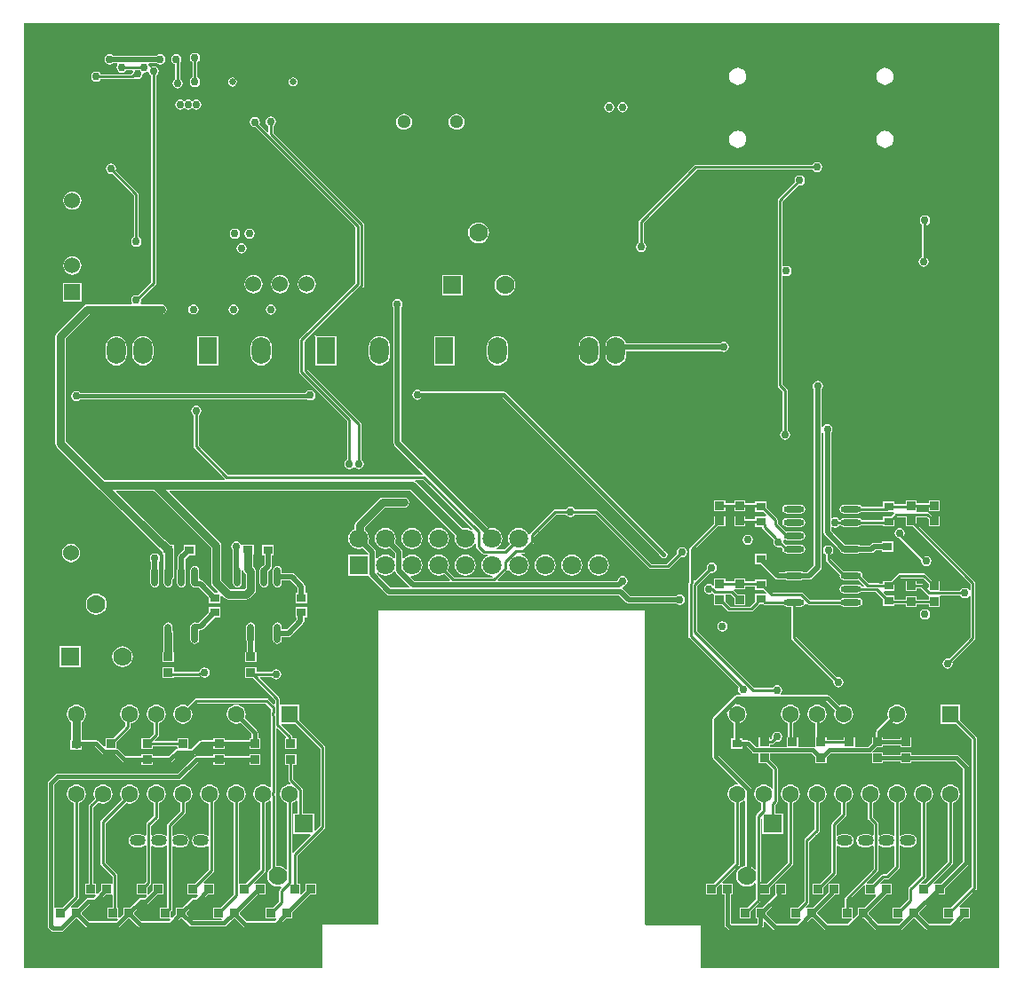
<source format=gbl>
G04*
G04 #@! TF.GenerationSoftware,Altium Limited,Altium Designer,20.2.5 (213)*
G04*
G04 Layer_Physical_Order=4*
G04 Layer_Color=16711680*
%FSLAX24Y24*%
%MOIN*%
G70*
G04*
G04 #@! TF.SameCoordinates,311A2180-9421-45D2-9D82-A7DF5611BF6A*
G04*
G04*
G04 #@! TF.FilePolarity,Positive*
G04*
G01*
G75*
%ADD10C,0.0100*%
%ADD17C,0.0300*%
%ADD20R,0.0354X0.0315*%
%ADD27R,0.0320X0.0320*%
%ADD33R,0.0340X0.0318*%
%ADD84C,0.0200*%
%ADD85C,0.0150*%
%ADD88R,0.0709X0.1024*%
%ADD89O,0.0709X0.1024*%
%ADD90R,0.0709X0.0709*%
%ADD91C,0.0709*%
%ADD92C,0.0512*%
%ADD93C,0.0600*%
%ADD94R,0.0600X0.0600*%
%ADD95R,0.0630X0.0630*%
%ADD96C,0.0630*%
%ADD97R,0.0600X0.0600*%
%ADD98O,0.0600X0.0400*%
%ADD99R,0.0600X0.0400*%
%ADD100O,0.0600X0.1000*%
%ADD101C,0.0700*%
%ADD102R,0.0700X0.0700*%
%ADD103C,0.0256*%
%ADD104O,0.0394X0.0827*%
%ADD105O,0.0394X0.0709*%
%ADD106C,0.0300*%
%ADD107C,0.0200*%
%ADD127O,0.0248X0.0734*%
%ADD128O,0.0776X0.0237*%
G36*
X59104Y53054D02*
X59100Y53050D01*
Y17600D01*
X47900D01*
Y19200D01*
X45850D01*
X45800Y19250D01*
Y31050D01*
X35800D01*
Y19250D01*
X33700D01*
Y17600D01*
X22500D01*
Y53100D01*
X59085D01*
X59104Y53054D01*
D02*
G37*
%LPC*%
G36*
X27600Y51944D02*
X27526Y51929D01*
X27472Y51893D01*
X25828D01*
X25774Y51929D01*
X25700Y51944D01*
X25626Y51929D01*
X25563Y51887D01*
X25521Y51824D01*
X25506Y51750D01*
X25521Y51676D01*
X25563Y51613D01*
X25626Y51571D01*
X25700Y51556D01*
X25774Y51571D01*
X25828Y51607D01*
X25975D01*
X26000Y51557D01*
X25971Y51514D01*
X25956Y51440D01*
X25971Y51366D01*
X26013Y51303D01*
X26076Y51261D01*
X26150Y51246D01*
X26224Y51261D01*
X26287Y51303D01*
X26324Y51358D01*
X26567D01*
X26594Y51308D01*
X26571Y51274D01*
X26565Y51245D01*
X26512Y51192D01*
X25367D01*
X25337Y51237D01*
X25274Y51279D01*
X25200Y51294D01*
X25126Y51279D01*
X25063Y51237D01*
X25021Y51174D01*
X25006Y51100D01*
X25021Y51026D01*
X25063Y50963D01*
X25126Y50921D01*
X25200Y50906D01*
X25274Y50921D01*
X25337Y50963D01*
X25367Y51008D01*
X26550D01*
X26585Y51015D01*
X26615Y51035D01*
X26631Y51051D01*
X26676Y51021D01*
X26750Y51006D01*
X26824Y51021D01*
X26887Y51063D01*
X26929Y51126D01*
X26944Y51200D01*
X26939Y51226D01*
X26974Y51261D01*
X27000Y51256D01*
X27074Y51271D01*
X27108Y51294D01*
X27162Y51270D01*
X27171Y51226D01*
X27213Y51163D01*
X27258Y51133D01*
Y43388D01*
X26753Y42883D01*
X26700Y42894D01*
X26626Y42879D01*
X26563Y42837D01*
X26521Y42774D01*
X26506Y42700D01*
X26521Y42626D01*
X26538Y42600D01*
X26511Y42551D01*
X24857D01*
X24783Y42536D01*
X24720Y42494D01*
X23713Y41487D01*
X23671Y41424D01*
X23656Y41350D01*
Y37328D01*
X23671Y37254D01*
X23713Y37191D01*
X25291Y35613D01*
X27507Y33397D01*
X27570Y33355D01*
X27585Y33352D01*
X27683Y33254D01*
Y33133D01*
X27733D01*
Y32928D01*
X27732Y32922D01*
Y32397D01*
X27721Y32380D01*
X27706Y32306D01*
X27721Y32232D01*
X27733Y32214D01*
Y32063D01*
X27745Y31999D01*
X27782Y31945D01*
X27836Y31908D01*
X27900Y31896D01*
X27964Y31908D01*
X28018Y31945D01*
X28054Y31999D01*
X28067Y32063D01*
Y32201D01*
X28105Y32258D01*
X28120Y32332D01*
Y32917D01*
X28121Y32923D01*
Y33323D01*
X28117Y33342D01*
Y33528D01*
X27957D01*
X27814Y33671D01*
X27751Y33713D01*
X27736Y33716D01*
X25942Y35510D01*
X25961Y35556D01*
X27349D01*
X29506Y33399D01*
Y32100D01*
X29521Y32026D01*
X29563Y31963D01*
X29757Y31769D01*
X29738Y31723D01*
X29635D01*
X29203Y32155D01*
X29157Y32186D01*
X29102Y32197D01*
X29067Y32229D01*
Y32549D01*
X29055Y32613D01*
X29018Y32667D01*
X28964Y32704D01*
X28900Y32716D01*
X28836Y32704D01*
X28782Y32667D01*
X28746Y32613D01*
X28733Y32549D01*
Y32063D01*
X28746Y31999D01*
X28782Y31945D01*
X28836Y31908D01*
X28900Y31896D01*
X28964Y31908D01*
X28968Y31911D01*
X29043D01*
X29433Y31521D01*
Y31328D01*
X29867D01*
Y31594D01*
X29913Y31613D01*
X30013Y31513D01*
X30076Y31471D01*
X30150Y31456D01*
X30824D01*
X30898Y31471D01*
X30961Y31513D01*
X31137Y31689D01*
X31179Y31752D01*
X31194Y31826D01*
Y32497D01*
X31179Y32571D01*
X31156Y32606D01*
X31154Y32613D01*
X31118Y32667D01*
X31094Y32684D01*
Y33133D01*
X31117D01*
Y33528D01*
X30683D01*
Y33510D01*
X30633Y33505D01*
X30629Y33524D01*
X30587Y33587D01*
X30524Y33629D01*
X30450Y33644D01*
X30376Y33629D01*
X30313Y33587D01*
X30271Y33524D01*
X30256Y33450D01*
X30271Y33376D01*
X30307Y33322D01*
Y32356D01*
X30307Y32356D01*
X30318Y32301D01*
X30333Y32280D01*
Y32063D01*
X30345Y31999D01*
X30382Y31945D01*
X30436Y31908D01*
X30500Y31896D01*
X30564Y31908D01*
X30618Y31945D01*
X30654Y31999D01*
X30667Y32063D01*
Y32537D01*
X30717Y32542D01*
X30721Y32523D01*
X30763Y32460D01*
X30806Y32417D01*
Y31906D01*
X30744Y31844D01*
X30230D01*
X29894Y32180D01*
Y33479D01*
X29879Y33553D01*
X29837Y33616D01*
X27943Y35510D01*
X27962Y35556D01*
X36970D01*
X38668Y33858D01*
X38666Y33853D01*
X38652Y33750D01*
X38666Y33647D01*
X38706Y33551D01*
X38769Y33469D01*
X38851Y33406D01*
X38947Y33366D01*
X39050Y33352D01*
X39153Y33366D01*
X39249Y33406D01*
X39331Y33469D01*
X39394Y33551D01*
X39400Y33565D01*
X39450Y33555D01*
Y33458D01*
X39457Y33423D01*
X39477Y33393D01*
X39685Y33185D01*
X39715Y33165D01*
X39750Y33158D01*
X39874D01*
X39884Y33108D01*
X39851Y33094D01*
X39769Y33031D01*
X39706Y32949D01*
X39666Y32853D01*
X39652Y32750D01*
X39666Y32647D01*
X39706Y32551D01*
X39769Y32469D01*
X39851Y32406D01*
X39947Y32366D01*
X40041Y32353D01*
X40059Y32330D01*
X40069Y32304D01*
X40061Y32292D01*
X38638D01*
X38388Y32542D01*
X38394Y32551D01*
X38434Y32647D01*
X38448Y32750D01*
X38434Y32853D01*
X38394Y32949D01*
X38331Y33031D01*
X38249Y33094D01*
X38153Y33134D01*
X38050Y33148D01*
X37947Y33134D01*
X37851Y33094D01*
X37769Y33031D01*
X37706Y32949D01*
X37666Y32853D01*
X37652Y32750D01*
X37666Y32647D01*
X37706Y32551D01*
X37769Y32469D01*
X37851Y32406D01*
X37947Y32366D01*
X38050Y32352D01*
X38153Y32366D01*
X38249Y32406D01*
X38258Y32412D01*
X38471Y32199D01*
X38452Y32153D01*
X37150D01*
X36994Y32309D01*
X37017Y32357D01*
X37050Y32352D01*
X37153Y32366D01*
X37249Y32406D01*
X37331Y32469D01*
X37394Y32551D01*
X37434Y32647D01*
X37448Y32750D01*
X37434Y32853D01*
X37394Y32949D01*
X37331Y33031D01*
X37249Y33094D01*
X37153Y33134D01*
X37050Y33148D01*
X36947Y33134D01*
X36851Y33094D01*
X36769Y33031D01*
X36737Y32990D01*
X36687Y33007D01*
Y33256D01*
X36687Y33256D01*
X36676Y33310D01*
X36645Y33357D01*
X36645Y33357D01*
X36411Y33591D01*
X36434Y33647D01*
X36448Y33750D01*
X36434Y33853D01*
X36394Y33949D01*
X36331Y34031D01*
X36249Y34094D01*
X36153Y34134D01*
X36050Y34148D01*
X35947Y34134D01*
X35851Y34094D01*
X35769Y34031D01*
X35706Y33949D01*
X35666Y33853D01*
X35652Y33750D01*
X35666Y33647D01*
X35706Y33551D01*
X35769Y33469D01*
X35851Y33406D01*
X35947Y33366D01*
X36050Y33352D01*
X36153Y33366D01*
X36209Y33389D01*
X36402Y33197D01*
Y33022D01*
X36352Y33005D01*
X36331Y33031D01*
X36249Y33094D01*
X36153Y33134D01*
X36050Y33148D01*
X35947Y33134D01*
X35851Y33094D01*
X35769Y33031D01*
X35743Y32997D01*
X35693Y33014D01*
Y33250D01*
X35693Y33250D01*
X35682Y33305D01*
X35651Y33351D01*
X35651Y33351D01*
X35411Y33591D01*
X35434Y33647D01*
X35448Y33750D01*
X35434Y33853D01*
X35394Y33949D01*
X35331Y34031D01*
X35287Y34065D01*
Y34164D01*
X36030Y34906D01*
X36750D01*
X36824Y34921D01*
X36887Y34963D01*
X36929Y35026D01*
X36944Y35100D01*
X36929Y35174D01*
X36887Y35237D01*
X36824Y35279D01*
X36750Y35294D01*
X35950D01*
X35876Y35279D01*
X35813Y35237D01*
X34957Y34381D01*
X34915Y34318D01*
X34900Y34244D01*
Y34115D01*
X34851Y34094D01*
X34769Y34031D01*
X34706Y33949D01*
X34666Y33853D01*
X34652Y33750D01*
X34666Y33647D01*
X34706Y33551D01*
X34769Y33469D01*
X34851Y33406D01*
X34947Y33366D01*
X35050Y33352D01*
X35153Y33366D01*
X35209Y33389D01*
X35404Y33194D01*
X35399Y33144D01*
X34656D01*
Y32356D01*
X35416D01*
X35418Y32345D01*
X35449Y32299D01*
X36089Y31659D01*
X36089Y31659D01*
X36135Y31628D01*
X36190Y31617D01*
X36190Y31617D01*
X44831D01*
X45099Y31349D01*
X45099Y31349D01*
X45145Y31318D01*
X45200Y31307D01*
X45200Y31307D01*
X46972D01*
X47026Y31271D01*
X47100Y31256D01*
X47174Y31271D01*
X47237Y31313D01*
X47279Y31376D01*
X47294Y31450D01*
X47279Y31524D01*
X47237Y31587D01*
X47174Y31629D01*
X47100Y31644D01*
X47026Y31629D01*
X46972Y31593D01*
X45259D01*
X44991Y31861D01*
X44957Y31884D01*
X44949Y31914D01*
X44977Y31962D01*
X45024Y31971D01*
X45087Y32013D01*
X45129Y32076D01*
X45144Y32150D01*
X45129Y32224D01*
X45087Y32287D01*
X45024Y32329D01*
X44950Y32344D01*
X44876Y32329D01*
X44813Y32287D01*
X44771Y32224D01*
X44758Y32160D01*
X44751Y32153D01*
X40276D01*
X40257Y32199D01*
X40615Y32557D01*
X40635Y32587D01*
X40635Y32590D01*
X40640Y32593D01*
X40687Y32595D01*
X40706Y32551D01*
X40769Y32469D01*
X40851Y32406D01*
X40947Y32366D01*
X41050Y32352D01*
X41153Y32366D01*
X41249Y32406D01*
X41331Y32469D01*
X41394Y32551D01*
X41434Y32647D01*
X41448Y32750D01*
X41434Y32853D01*
X41394Y32949D01*
X41331Y33031D01*
X41249Y33094D01*
X41153Y33134D01*
X41139Y33136D01*
X41142Y33186D01*
X41206D01*
X41241Y33193D01*
X41271Y33213D01*
X41601Y33543D01*
X41621Y33573D01*
X41628Y33608D01*
Y33826D01*
X42460Y34658D01*
X42833D01*
X42863Y34613D01*
X42926Y34571D01*
X43000Y34556D01*
X43074Y34571D01*
X43137Y34613D01*
X43167Y34658D01*
X43912D01*
X45935Y32635D01*
X45965Y32615D01*
X46000Y32608D01*
X46650D01*
X46685Y32615D01*
X46715Y32635D01*
X47127Y33047D01*
X47180Y33036D01*
X47254Y33051D01*
X47317Y33093D01*
X47359Y33156D01*
X47374Y33230D01*
X47359Y33304D01*
X47317Y33367D01*
X47254Y33409D01*
X47180Y33424D01*
X47106Y33409D01*
X47043Y33367D01*
X47001Y33304D01*
X46986Y33230D01*
X46997Y33177D01*
X46612Y32792D01*
X46038D01*
X44015Y34815D01*
X43985Y34835D01*
X43950Y34842D01*
X43167D01*
X43137Y34887D01*
X43074Y34929D01*
X43000Y34944D01*
X42926Y34929D01*
X42863Y34887D01*
X42833Y34842D01*
X42422D01*
X42387Y34835D01*
X42357Y34815D01*
X41471Y33929D01*
X41462Y33916D01*
X41408Y33917D01*
X41408Y33917D01*
X41394Y33949D01*
X41331Y34031D01*
X41249Y34094D01*
X41153Y34134D01*
X41050Y34148D01*
X40947Y34134D01*
X40851Y34094D01*
X40769Y34031D01*
X40706Y33949D01*
X40666Y33853D01*
X40652Y33750D01*
X40666Y33647D01*
X40706Y33551D01*
X40712Y33542D01*
X40512Y33342D01*
X40226D01*
X40216Y33392D01*
X40249Y33406D01*
X40331Y33469D01*
X40394Y33551D01*
X40434Y33647D01*
X40448Y33750D01*
X40434Y33853D01*
X40394Y33949D01*
X40331Y34031D01*
X40249Y34094D01*
X40153Y34134D01*
X40050Y34148D01*
X39947Y34134D01*
X39926Y34126D01*
X36643Y37409D01*
Y42422D01*
X36679Y42476D01*
X36694Y42550D01*
X36679Y42624D01*
X36637Y42687D01*
X36574Y42729D01*
X36500Y42744D01*
X36426Y42729D01*
X36363Y42687D01*
X36321Y42624D01*
X36306Y42550D01*
X36321Y42476D01*
X36357Y42422D01*
Y37350D01*
X36357Y37350D01*
X36368Y37295D01*
X36399Y37249D01*
X37456Y36192D01*
X37436Y36142D01*
X30138D01*
X29042Y37238D01*
Y38383D01*
X29087Y38413D01*
X29129Y38476D01*
X29144Y38550D01*
X29129Y38624D01*
X29087Y38687D01*
X29024Y38729D01*
X28950Y38744D01*
X28876Y38729D01*
X28813Y38687D01*
X28771Y38624D01*
X28756Y38550D01*
X28771Y38476D01*
X28813Y38413D01*
X28858Y38383D01*
Y37200D01*
X28865Y37165D01*
X28885Y37135D01*
X30027Y35994D01*
X30018Y35960D01*
X30007Y35944D01*
X25509D01*
X24044Y37409D01*
Y41270D01*
X24937Y42163D01*
X27650D01*
X27724Y42178D01*
X27787Y42220D01*
X27829Y42283D01*
X27844Y42357D01*
X27829Y42431D01*
X27787Y42494D01*
X27724Y42536D01*
X27650Y42551D01*
X26889D01*
X26862Y42600D01*
X26879Y42626D01*
X26894Y42700D01*
X26883Y42753D01*
X27415Y43285D01*
X27435Y43315D01*
X27442Y43350D01*
Y51133D01*
X27487Y51163D01*
X27529Y51226D01*
X27544Y51300D01*
X27529Y51374D01*
X27487Y51437D01*
X27424Y51479D01*
X27350Y51494D01*
X27276Y51479D01*
X27242Y51456D01*
X27188Y51480D01*
X27179Y51524D01*
X27157Y51557D01*
X27184Y51607D01*
X27472D01*
X27526Y51571D01*
X27600Y51556D01*
X27674Y51571D01*
X27737Y51613D01*
X27779Y51676D01*
X27794Y51750D01*
X27779Y51824D01*
X27737Y51887D01*
X27674Y51929D01*
X27600Y51944D01*
D02*
G37*
G36*
X54800Y51433D02*
X54716Y51422D01*
X54639Y51390D01*
X54572Y51338D01*
X54520Y51271D01*
X54488Y51194D01*
X54477Y51110D01*
X54488Y51026D01*
X54520Y50949D01*
X54572Y50882D01*
X54639Y50830D01*
X54716Y50798D01*
X54800Y50787D01*
X54884Y50798D01*
X54961Y50830D01*
X55028Y50882D01*
X55080Y50949D01*
X55112Y51026D01*
X55123Y51110D01*
X55112Y51194D01*
X55080Y51271D01*
X55028Y51338D01*
X54961Y51390D01*
X54884Y51422D01*
X54800Y51433D01*
D02*
G37*
G36*
X49275D02*
X49191Y51422D01*
X49114Y51390D01*
X49047Y51338D01*
X48995Y51271D01*
X48963Y51194D01*
X48952Y51110D01*
X48963Y51026D01*
X48995Y50949D01*
X49047Y50882D01*
X49114Y50830D01*
X49191Y50798D01*
X49275Y50787D01*
X49359Y50798D01*
X49436Y50830D01*
X49503Y50882D01*
X49555Y50949D01*
X49587Y51026D01*
X49598Y51110D01*
X49587Y51194D01*
X49555Y51271D01*
X49503Y51338D01*
X49436Y51390D01*
X49359Y51422D01*
X49275Y51433D01*
D02*
G37*
G36*
X32592Y51073D02*
X32526Y51060D01*
X32471Y51023D01*
X32433Y50967D01*
X32420Y50902D01*
X32433Y50836D01*
X32471Y50781D01*
X32526Y50744D01*
X32592Y50731D01*
X32657Y50744D01*
X32713Y50781D01*
X32750Y50836D01*
X32763Y50902D01*
X32750Y50967D01*
X32713Y51023D01*
X32657Y51060D01*
X32592Y51073D01*
D02*
G37*
G36*
X30308Y51069D02*
X30243Y51056D01*
X30187Y51019D01*
X30150Y50963D01*
X30137Y50898D01*
X30150Y50832D01*
X30187Y50777D01*
X30243Y50740D01*
X30308Y50727D01*
X30374Y50740D01*
X30429Y50777D01*
X30466Y50832D01*
X30480Y50898D01*
X30466Y50963D01*
X30429Y51019D01*
X30374Y51056D01*
X30308Y51069D01*
D02*
G37*
G36*
X28900Y51994D02*
X28826Y51979D01*
X28763Y51937D01*
X28721Y51874D01*
X28706Y51800D01*
X28721Y51726D01*
X28763Y51663D01*
X28808Y51633D01*
Y51067D01*
X28763Y51037D01*
X28721Y50974D01*
X28706Y50900D01*
X28721Y50826D01*
X28763Y50763D01*
X28826Y50721D01*
X28900Y50706D01*
X28974Y50721D01*
X29037Y50763D01*
X29079Y50826D01*
X29094Y50900D01*
X29079Y50974D01*
X29037Y51037D01*
X28992Y51067D01*
Y51633D01*
X29037Y51663D01*
X29079Y51726D01*
X29094Y51800D01*
X29079Y51874D01*
X29037Y51937D01*
X28974Y51979D01*
X28900Y51994D01*
D02*
G37*
G36*
X28200Y51944D02*
X28126Y51929D01*
X28063Y51887D01*
X28021Y51824D01*
X28006Y51750D01*
X28021Y51676D01*
X28063Y51613D01*
X28126Y51571D01*
X28158Y51565D01*
Y51017D01*
X28113Y50987D01*
X28071Y50924D01*
X28056Y50850D01*
X28071Y50776D01*
X28113Y50713D01*
X28176Y50671D01*
X28250Y50656D01*
X28324Y50671D01*
X28387Y50713D01*
X28429Y50776D01*
X28444Y50850D01*
X28429Y50924D01*
X28387Y50987D01*
X28342Y51017D01*
Y51620D01*
X28379Y51676D01*
X28394Y51750D01*
X28379Y51824D01*
X28337Y51887D01*
X28274Y51929D01*
X28200Y51944D01*
D02*
G37*
G36*
X28950Y50244D02*
X28876Y50229D01*
X28813Y50187D01*
X28787D01*
X28724Y50229D01*
X28650Y50244D01*
X28576Y50229D01*
X28513Y50187D01*
X28487D01*
X28424Y50229D01*
X28350Y50244D01*
X28276Y50229D01*
X28213Y50187D01*
X28171Y50124D01*
X28156Y50050D01*
X28171Y49976D01*
X28213Y49913D01*
X28276Y49871D01*
X28350Y49856D01*
X28424Y49871D01*
X28487Y49913D01*
X28513D01*
X28576Y49871D01*
X28650Y49856D01*
X28724Y49871D01*
X28787Y49913D01*
X28813D01*
X28876Y49871D01*
X28950Y49856D01*
X29024Y49871D01*
X29087Y49913D01*
X29129Y49976D01*
X29144Y50050D01*
X29129Y50124D01*
X29087Y50187D01*
X29024Y50229D01*
X28950Y50244D01*
D02*
G37*
G36*
X44950Y50144D02*
X44876Y50129D01*
X44813Y50087D01*
X44771Y50024D01*
X44756Y49950D01*
X44771Y49876D01*
X44813Y49813D01*
X44876Y49771D01*
X44950Y49756D01*
X45024Y49771D01*
X45087Y49813D01*
X45129Y49876D01*
X45144Y49950D01*
X45129Y50024D01*
X45087Y50087D01*
X45024Y50129D01*
X44950Y50144D01*
D02*
G37*
G36*
X44450D02*
X44376Y50129D01*
X44313Y50087D01*
X44271Y50024D01*
X44256Y49950D01*
X44271Y49876D01*
X44313Y49813D01*
X44376Y49771D01*
X44450Y49756D01*
X44524Y49771D01*
X44587Y49813D01*
X44629Y49876D01*
X44644Y49950D01*
X44629Y50024D01*
X44587Y50087D01*
X44524Y50129D01*
X44450Y50144D01*
D02*
G37*
G36*
X38719Y49698D02*
X38641Y49688D01*
X38569Y49658D01*
X38507Y49611D01*
X38460Y49549D01*
X38430Y49477D01*
X38420Y49400D01*
X38430Y49323D01*
X38460Y49251D01*
X38507Y49189D01*
X38569Y49142D01*
X38641Y49112D01*
X38719Y49102D01*
X38796Y49112D01*
X38868Y49142D01*
X38930Y49189D01*
X38977Y49251D01*
X39007Y49323D01*
X39017Y49400D01*
X39007Y49477D01*
X38977Y49549D01*
X38930Y49611D01*
X38868Y49658D01*
X38796Y49688D01*
X38719Y49698D01*
D02*
G37*
G36*
X36750D02*
X36673Y49688D01*
X36601Y49658D01*
X36539Y49611D01*
X36492Y49549D01*
X36462Y49477D01*
X36452Y49400D01*
X36462Y49323D01*
X36492Y49251D01*
X36539Y49189D01*
X36601Y49142D01*
X36673Y49112D01*
X36750Y49102D01*
X36827Y49112D01*
X36899Y49142D01*
X36961Y49189D01*
X37008Y49251D01*
X37038Y49323D01*
X37048Y49400D01*
X37038Y49477D01*
X37008Y49549D01*
X36961Y49611D01*
X36899Y49658D01*
X36827Y49688D01*
X36750Y49698D01*
D02*
G37*
G36*
X31745Y49598D02*
X31671Y49584D01*
X31608Y49542D01*
X31566Y49479D01*
X31552Y49405D01*
X31566Y49331D01*
X31608Y49268D01*
X31654Y49238D01*
Y49044D01*
X31607Y49024D01*
X31324Y49307D01*
X31334Y49321D01*
X31348Y49395D01*
X31334Y49469D01*
X31292Y49532D01*
X31229Y49574D01*
X31155Y49589D01*
X31081Y49574D01*
X31018Y49532D01*
X30976Y49469D01*
X30961Y49395D01*
X30976Y49321D01*
X31018Y49258D01*
X31081Y49216D01*
X31155Y49202D01*
X31168Y49204D01*
X34918Y45454D01*
Y43348D01*
X32835Y41265D01*
X32815Y41235D01*
X32808Y41200D01*
Y40002D01*
X32815Y39967D01*
X32835Y39937D01*
X34608Y38164D01*
Y36717D01*
X34563Y36687D01*
X34521Y36624D01*
X34506Y36550D01*
X34521Y36476D01*
X34563Y36413D01*
X34626Y36371D01*
X34700Y36356D01*
X34774Y36371D01*
X34837Y36413D01*
X34850Y36432D01*
X34900D01*
X34913Y36413D01*
X34976Y36371D01*
X35050Y36356D01*
X35124Y36371D01*
X35187Y36413D01*
X35229Y36476D01*
X35244Y36550D01*
X35229Y36624D01*
X35187Y36687D01*
X35142Y36717D01*
Y38050D01*
X35135Y38085D01*
X35115Y38115D01*
X33132Y40098D01*
Y41104D01*
X33383Y41355D01*
X33431Y41332D01*
X33431Y41307D01*
Y40246D01*
X34219D01*
Y41350D01*
X33477D01*
X33448Y41350D01*
X33425Y41398D01*
X35215Y43187D01*
X35235Y43217D01*
X35242Y43252D01*
Y45550D01*
X35235Y45585D01*
X35215Y45615D01*
X31837Y48993D01*
Y49238D01*
X31882Y49268D01*
X31924Y49331D01*
X31939Y49405D01*
X31924Y49479D01*
X31882Y49542D01*
X31819Y49584D01*
X31745Y49598D01*
D02*
G37*
G36*
X54800Y49073D02*
X54716Y49062D01*
X54639Y49030D01*
X54572Y48978D01*
X54520Y48911D01*
X54488Y48834D01*
X54477Y48750D01*
X54488Y48666D01*
X54520Y48589D01*
X54572Y48522D01*
X54639Y48470D01*
X54716Y48438D01*
X54800Y48427D01*
X54884Y48438D01*
X54961Y48470D01*
X55028Y48522D01*
X55080Y48589D01*
X55112Y48666D01*
X55123Y48750D01*
X55112Y48834D01*
X55080Y48911D01*
X55028Y48978D01*
X54961Y49030D01*
X54884Y49062D01*
X54800Y49073D01*
D02*
G37*
G36*
X49275D02*
X49191Y49062D01*
X49114Y49030D01*
X49047Y48978D01*
X48995Y48911D01*
X48963Y48834D01*
X48952Y48750D01*
X48963Y48666D01*
X48995Y48589D01*
X49047Y48522D01*
X49114Y48470D01*
X49191Y48438D01*
X49275Y48427D01*
X49359Y48438D01*
X49436Y48470D01*
X49503Y48522D01*
X49555Y48589D01*
X49587Y48666D01*
X49598Y48750D01*
X49587Y48834D01*
X49555Y48911D01*
X49503Y48978D01*
X49436Y49030D01*
X49359Y49062D01*
X49275Y49073D01*
D02*
G37*
G36*
X52250Y47894D02*
X52176Y47879D01*
X52113Y47837D01*
X52083Y47792D01*
X47700D01*
X47665Y47785D01*
X47635Y47765D01*
X45585Y45715D01*
X45565Y45685D01*
X45558Y45650D01*
Y44867D01*
X45513Y44837D01*
X45471Y44774D01*
X45456Y44700D01*
X45471Y44626D01*
X45513Y44563D01*
X45576Y44521D01*
X45650Y44506D01*
X45724Y44521D01*
X45787Y44563D01*
X45829Y44626D01*
X45844Y44700D01*
X45829Y44774D01*
X45787Y44837D01*
X45742Y44867D01*
Y45612D01*
X47738Y47608D01*
X52083D01*
X52113Y47563D01*
X52176Y47521D01*
X52250Y47506D01*
X52324Y47521D01*
X52387Y47563D01*
X52429Y47626D01*
X52444Y47700D01*
X52429Y47774D01*
X52387Y47837D01*
X52324Y47879D01*
X52250Y47894D01*
D02*
G37*
G36*
X51600Y47394D02*
X51526Y47379D01*
X51463Y47337D01*
X51421Y47274D01*
X51406Y47200D01*
X51417Y47147D01*
X50795Y46525D01*
X50775Y46495D01*
X50768Y46460D01*
Y39501D01*
X50775Y39465D01*
X50795Y39436D01*
X50958Y39273D01*
Y37817D01*
X50913Y37787D01*
X50871Y37724D01*
X50856Y37650D01*
X50871Y37576D01*
X50913Y37513D01*
X50976Y37471D01*
X51050Y37456D01*
X51124Y37471D01*
X51187Y37513D01*
X51229Y37576D01*
X51244Y37650D01*
X51229Y37724D01*
X51187Y37787D01*
X51142Y37817D01*
Y39311D01*
X51135Y39346D01*
X51115Y39375D01*
X50952Y39539D01*
Y43610D01*
X51002Y43637D01*
X51026Y43621D01*
X51100Y43606D01*
X51174Y43621D01*
X51237Y43663D01*
X51279Y43726D01*
X51294Y43800D01*
X51279Y43874D01*
X51237Y43937D01*
X51174Y43979D01*
X51100Y43994D01*
X51026Y43979D01*
X51002Y43963D01*
X50952Y43990D01*
Y46422D01*
X51547Y47017D01*
X51600Y47006D01*
X51674Y47021D01*
X51737Y47063D01*
X51779Y47126D01*
X51794Y47200D01*
X51779Y47274D01*
X51737Y47337D01*
X51674Y47379D01*
X51600Y47394D01*
D02*
G37*
G36*
X24300Y46793D02*
X24211Y46781D01*
X24129Y46747D01*
X24058Y46692D01*
X24003Y46621D01*
X23969Y46539D01*
X23957Y46450D01*
X23969Y46361D01*
X24003Y46279D01*
X24058Y46208D01*
X24129Y46153D01*
X24211Y46119D01*
X24300Y46107D01*
X24389Y46119D01*
X24471Y46153D01*
X24542Y46208D01*
X24597Y46279D01*
X24631Y46361D01*
X24643Y46450D01*
X24631Y46539D01*
X24597Y46621D01*
X24542Y46692D01*
X24471Y46747D01*
X24389Y46781D01*
X24300Y46793D01*
D02*
G37*
G36*
X30950Y45394D02*
X30876Y45379D01*
X30813Y45337D01*
X30771Y45274D01*
X30756Y45200D01*
X30771Y45126D01*
X30813Y45063D01*
X30876Y45021D01*
X30950Y45006D01*
X31024Y45021D01*
X31087Y45063D01*
X31129Y45126D01*
X31144Y45200D01*
X31129Y45274D01*
X31087Y45337D01*
X31024Y45379D01*
X30950Y45394D01*
D02*
G37*
G36*
X30400D02*
X30326Y45379D01*
X30263Y45337D01*
X30221Y45274D01*
X30206Y45200D01*
X30221Y45126D01*
X30263Y45063D01*
X30326Y45021D01*
X30400Y45006D01*
X30474Y45021D01*
X30537Y45063D01*
X30579Y45126D01*
X30594Y45200D01*
X30579Y45274D01*
X30537Y45337D01*
X30474Y45379D01*
X30400Y45394D01*
D02*
G37*
G36*
X39545Y45628D02*
X39443Y45615D01*
X39348Y45576D01*
X39267Y45513D01*
X39204Y45432D01*
X39165Y45337D01*
X39152Y45235D01*
X39165Y45133D01*
X39204Y45038D01*
X39267Y44957D01*
X39348Y44894D01*
X39443Y44855D01*
X39545Y44842D01*
X39647Y44855D01*
X39742Y44894D01*
X39823Y44957D01*
X39886Y45038D01*
X39925Y45133D01*
X39938Y45235D01*
X39925Y45337D01*
X39886Y45432D01*
X39823Y45513D01*
X39742Y45576D01*
X39647Y45615D01*
X39545Y45628D01*
D02*
G37*
G36*
X25750Y47833D02*
X25676Y47818D01*
X25613Y47776D01*
X25571Y47713D01*
X25556Y47639D01*
X25571Y47565D01*
X25613Y47502D01*
X25676Y47460D01*
X25750Y47446D01*
X25803Y47456D01*
X26608Y46651D01*
Y45067D01*
X26563Y45037D01*
X26521Y44974D01*
X26506Y44900D01*
X26521Y44826D01*
X26563Y44763D01*
X26626Y44721D01*
X26700Y44706D01*
X26774Y44721D01*
X26837Y44763D01*
X26879Y44826D01*
X26894Y44900D01*
X26879Y44974D01*
X26837Y45037D01*
X26792Y45067D01*
Y46689D01*
X26785Y46724D01*
X26765Y46754D01*
X25933Y47586D01*
X25944Y47639D01*
X25929Y47713D01*
X25887Y47776D01*
X25824Y47818D01*
X25750Y47833D01*
D02*
G37*
G36*
X30650Y44844D02*
X30576Y44829D01*
X30513Y44787D01*
X30471Y44724D01*
X30456Y44650D01*
X30471Y44576D01*
X30513Y44513D01*
X30576Y44471D01*
X30650Y44456D01*
X30724Y44471D01*
X30787Y44513D01*
X30829Y44576D01*
X30844Y44650D01*
X30829Y44724D01*
X30787Y44787D01*
X30724Y44829D01*
X30650Y44844D01*
D02*
G37*
G36*
X56300Y45894D02*
X56226Y45879D01*
X56163Y45837D01*
X56121Y45774D01*
X56106Y45700D01*
X56121Y45626D01*
X56163Y45563D01*
X56183Y45550D01*
Y44330D01*
X56176Y44329D01*
X56113Y44287D01*
X56071Y44224D01*
X56056Y44150D01*
X56071Y44076D01*
X56113Y44013D01*
X56176Y43971D01*
X56250Y43956D01*
X56324Y43971D01*
X56387Y44013D01*
X56429Y44076D01*
X56444Y44150D01*
X56429Y44224D01*
X56387Y44287D01*
X56367Y44300D01*
Y45520D01*
X56374Y45521D01*
X56437Y45563D01*
X56479Y45626D01*
X56494Y45700D01*
X56479Y45774D01*
X56437Y45837D01*
X56374Y45879D01*
X56300Y45894D01*
D02*
G37*
G36*
X24300Y44343D02*
X24211Y44331D01*
X24129Y44297D01*
X24058Y44242D01*
X24003Y44171D01*
X23969Y44089D01*
X23957Y44000D01*
X23969Y43911D01*
X24003Y43829D01*
X24058Y43758D01*
X24129Y43703D01*
X24211Y43669D01*
X24300Y43657D01*
X24389Y43669D01*
X24471Y43703D01*
X24542Y43758D01*
X24597Y43829D01*
X24631Y43911D01*
X24643Y44000D01*
X24631Y44089D01*
X24597Y44171D01*
X24542Y44242D01*
X24471Y44297D01*
X24389Y44331D01*
X24300Y44343D01*
D02*
G37*
G36*
X33100Y43643D02*
X33011Y43631D01*
X32929Y43597D01*
X32858Y43542D01*
X32803Y43471D01*
X32769Y43389D01*
X32757Y43300D01*
X32769Y43211D01*
X32803Y43129D01*
X32858Y43058D01*
X32929Y43003D01*
X33011Y42969D01*
X33100Y42957D01*
X33189Y42969D01*
X33271Y43003D01*
X33342Y43058D01*
X33397Y43129D01*
X33431Y43211D01*
X33443Y43300D01*
X33431Y43389D01*
X33397Y43471D01*
X33342Y43542D01*
X33271Y43597D01*
X33189Y43631D01*
X33100Y43643D01*
D02*
G37*
G36*
X32100D02*
X32011Y43631D01*
X31929Y43597D01*
X31858Y43542D01*
X31803Y43471D01*
X31769Y43389D01*
X31757Y43300D01*
X31769Y43211D01*
X31803Y43129D01*
X31858Y43058D01*
X31929Y43003D01*
X32011Y42969D01*
X32100Y42957D01*
X32189Y42969D01*
X32271Y43003D01*
X32342Y43058D01*
X32397Y43129D01*
X32431Y43211D01*
X32443Y43300D01*
X32431Y43389D01*
X32397Y43471D01*
X32342Y43542D01*
X32271Y43597D01*
X32189Y43631D01*
X32100Y43643D01*
D02*
G37*
G36*
X31100D02*
X31011Y43631D01*
X30929Y43597D01*
X30858Y43542D01*
X30803Y43471D01*
X30769Y43389D01*
X30757Y43300D01*
X30769Y43211D01*
X30803Y43129D01*
X30858Y43058D01*
X30929Y43003D01*
X31011Y42969D01*
X31100Y42957D01*
X31189Y42969D01*
X31271Y43003D01*
X31342Y43058D01*
X31397Y43129D01*
X31431Y43211D01*
X31443Y43300D01*
X31431Y43389D01*
X31397Y43471D01*
X31342Y43542D01*
X31271Y43597D01*
X31189Y43631D01*
X31100Y43643D01*
D02*
G37*
G36*
X38955Y43655D02*
X38175D01*
Y42875D01*
X38955D01*
Y43655D01*
D02*
G37*
G36*
X40535Y43658D02*
X40433Y43645D01*
X40338Y43606D01*
X40257Y43543D01*
X40194Y43462D01*
X40155Y43367D01*
X40142Y43265D01*
X40155Y43163D01*
X40194Y43068D01*
X40257Y42987D01*
X40338Y42924D01*
X40433Y42885D01*
X40535Y42872D01*
X40637Y42885D01*
X40732Y42924D01*
X40813Y42987D01*
X40876Y43068D01*
X40915Y43163D01*
X40928Y43265D01*
X40915Y43367D01*
X40876Y43462D01*
X40813Y43543D01*
X40732Y43606D01*
X40637Y43645D01*
X40535Y43658D01*
D02*
G37*
G36*
X24640Y43340D02*
X23960D01*
Y42660D01*
X24640D01*
Y43340D01*
D02*
G37*
G36*
X28843Y42551D02*
X28769Y42536D01*
X28706Y42494D01*
X28664Y42431D01*
X28649Y42357D01*
X28664Y42283D01*
X28706Y42220D01*
X28769Y42178D01*
X28843Y42163D01*
X28917Y42178D01*
X28980Y42220D01*
X29022Y42283D01*
X29037Y42357D01*
X29022Y42431D01*
X28980Y42494D01*
X28917Y42536D01*
X28843Y42551D01*
D02*
G37*
G36*
X31750Y42544D02*
X31676Y42529D01*
X31613Y42487D01*
X31571Y42424D01*
X31556Y42350D01*
X31571Y42276D01*
X31613Y42213D01*
X31676Y42171D01*
X31750Y42156D01*
X31824Y42171D01*
X31887Y42213D01*
X31929Y42276D01*
X31944Y42350D01*
X31929Y42424D01*
X31887Y42487D01*
X31824Y42529D01*
X31750Y42544D01*
D02*
G37*
G36*
X30350D02*
X30276Y42529D01*
X30213Y42487D01*
X30171Y42424D01*
X30156Y42350D01*
X30171Y42276D01*
X30213Y42213D01*
X30276Y42171D01*
X30350Y42156D01*
X30424Y42171D01*
X30487Y42213D01*
X30529Y42276D01*
X30544Y42350D01*
X30529Y42424D01*
X30487Y42487D01*
X30424Y42529D01*
X30350Y42544D01*
D02*
G37*
G36*
X44700Y41357D02*
X44597Y41344D01*
X44501Y41304D01*
X44419Y41241D01*
X44356Y41158D01*
X44316Y41062D01*
X44302Y40959D01*
Y40644D01*
X44316Y40542D01*
X44356Y40446D01*
X44419Y40363D01*
X44501Y40300D01*
X44597Y40260D01*
X44700Y40247D01*
X44803Y40260D01*
X44899Y40300D01*
X44981Y40363D01*
X45044Y40446D01*
X45084Y40542D01*
X45098Y40644D01*
Y40788D01*
X48650D01*
X48676Y40771D01*
X48750Y40756D01*
X48824Y40771D01*
X48887Y40813D01*
X48929Y40876D01*
X48944Y40950D01*
X48929Y41024D01*
X48887Y41087D01*
X48824Y41129D01*
X48750Y41144D01*
X48676Y41129D01*
X48613Y41087D01*
X48604Y41074D01*
X45080D01*
X45044Y41158D01*
X44981Y41241D01*
X44899Y41304D01*
X44803Y41344D01*
X44700Y41357D01*
D02*
G37*
G36*
X40262D02*
X40160Y41344D01*
X40064Y41304D01*
X39981Y41241D01*
X39918Y41158D01*
X39878Y41062D01*
X39865Y40959D01*
Y40644D01*
X39878Y40542D01*
X39918Y40446D01*
X39981Y40363D01*
X40064Y40300D01*
X40160Y40260D01*
X40262Y40247D01*
X40365Y40260D01*
X40461Y40300D01*
X40544Y40363D01*
X40607Y40446D01*
X40647Y40542D01*
X40660Y40644D01*
Y40959D01*
X40647Y41062D01*
X40607Y41158D01*
X40544Y41241D01*
X40461Y41304D01*
X40365Y41344D01*
X40262Y41357D01*
D02*
G37*
G36*
X35825D02*
X35722Y41344D01*
X35626Y41304D01*
X35544Y41241D01*
X35481Y41158D01*
X35441Y41062D01*
X35427Y40959D01*
Y40644D01*
X35441Y40542D01*
X35481Y40446D01*
X35544Y40363D01*
X35626Y40300D01*
X35722Y40260D01*
X35825Y40247D01*
X35928Y40260D01*
X36024Y40300D01*
X36106Y40363D01*
X36169Y40446D01*
X36209Y40542D01*
X36223Y40644D01*
Y40959D01*
X36209Y41062D01*
X36169Y41158D01*
X36106Y41241D01*
X36024Y41304D01*
X35928Y41344D01*
X35825Y41357D01*
D02*
G37*
G36*
X31388D02*
X31285Y41344D01*
X31189Y41304D01*
X31106Y41241D01*
X31043Y41158D01*
X31003Y41062D01*
X30990Y40959D01*
Y40644D01*
X31003Y40542D01*
X31043Y40446D01*
X31106Y40363D01*
X31189Y40300D01*
X31285Y40260D01*
X31388Y40247D01*
X31490Y40260D01*
X31586Y40300D01*
X31669Y40363D01*
X31732Y40446D01*
X31772Y40542D01*
X31785Y40644D01*
Y40959D01*
X31772Y41062D01*
X31732Y41158D01*
X31669Y41241D01*
X31586Y41304D01*
X31490Y41344D01*
X31388Y41357D01*
D02*
G37*
G36*
X26950D02*
X26847Y41344D01*
X26751Y41304D01*
X26669Y41241D01*
X26606Y41158D01*
X26566Y41062D01*
X26552Y40959D01*
Y40644D01*
X26566Y40542D01*
X26606Y40446D01*
X26669Y40363D01*
X26751Y40300D01*
X26847Y40260D01*
X26950Y40247D01*
X27053Y40260D01*
X27149Y40300D01*
X27231Y40363D01*
X27294Y40446D01*
X27334Y40542D01*
X27348Y40644D01*
Y40959D01*
X27334Y41062D01*
X27294Y41158D01*
X27231Y41241D01*
X27149Y41304D01*
X27053Y41344D01*
X26950Y41357D01*
D02*
G37*
G36*
X38657Y41350D02*
X37868D01*
Y40246D01*
X38657D01*
Y41350D01*
D02*
G37*
G36*
X29782D02*
X28993D01*
Y40246D01*
X29782D01*
Y41350D01*
D02*
G37*
G36*
X43700Y41353D02*
X43597Y41340D01*
X43501Y41300D01*
X43419Y41237D01*
X43356Y41154D01*
X43316Y41058D01*
X43302Y40956D01*
Y40641D01*
X43316Y40538D01*
X43356Y40442D01*
X43419Y40359D01*
X43501Y40296D01*
X43597Y40256D01*
X43700Y40243D01*
X43803Y40256D01*
X43899Y40296D01*
X43981Y40359D01*
X44044Y40442D01*
X44084Y40538D01*
X44098Y40641D01*
Y40956D01*
X44084Y41058D01*
X44044Y41154D01*
X43981Y41237D01*
X43899Y41300D01*
X43803Y41340D01*
X43700Y41353D01*
D02*
G37*
G36*
X25950D02*
X25847Y41340D01*
X25751Y41300D01*
X25669Y41237D01*
X25606Y41154D01*
X25566Y41058D01*
X25552Y40956D01*
Y40641D01*
X25566Y40538D01*
X25606Y40442D01*
X25669Y40359D01*
X25751Y40296D01*
X25847Y40256D01*
X25950Y40243D01*
X26053Y40256D01*
X26149Y40296D01*
X26231Y40359D01*
X26294Y40442D01*
X26334Y40538D01*
X26348Y40641D01*
Y40956D01*
X26334Y41058D01*
X26294Y41154D01*
X26231Y41237D01*
X26149Y41300D01*
X26053Y41340D01*
X25950Y41353D01*
D02*
G37*
G36*
X33230Y39324D02*
X33156Y39309D01*
X33093Y39267D01*
X33060Y39217D01*
X24600D01*
X24587Y39237D01*
X24524Y39279D01*
X24450Y39294D01*
X24376Y39279D01*
X24313Y39237D01*
X24271Y39174D01*
X24256Y39100D01*
X24271Y39026D01*
X24313Y38963D01*
X24376Y38921D01*
X24450Y38906D01*
X24524Y38921D01*
X24587Y38963D01*
X24600Y38983D01*
X33108D01*
X33156Y38951D01*
X33230Y38936D01*
X33304Y38951D01*
X33367Y38993D01*
X33409Y39056D01*
X33424Y39130D01*
X33409Y39204D01*
X33367Y39267D01*
X33304Y39309D01*
X33230Y39324D01*
D02*
G37*
G36*
X49564Y35188D02*
X49144D01*
Y35081D01*
X48810D01*
Y35188D01*
X48390D01*
Y34791D01*
X48810D01*
Y34898D01*
X49144D01*
Y34791D01*
X49564D01*
Y34898D01*
X49933D01*
Y34743D01*
X50237D01*
X50344Y34637D01*
X50323Y34587D01*
X49933D01*
Y34481D01*
X49564D01*
Y34595D01*
X49144D01*
Y34198D01*
X49564D01*
Y34297D01*
X49933D01*
Y34192D01*
X50185D01*
Y34173D01*
X50192Y34138D01*
X50212Y34108D01*
X50627Y33693D01*
X50621Y33684D01*
X50606Y33610D01*
X50621Y33536D01*
X50663Y33473D01*
X50726Y33431D01*
X50800Y33416D01*
X50874Y33431D01*
X50883Y33437D01*
X50947Y33374D01*
X50942Y33350D01*
X50954Y33288D01*
X50989Y33236D01*
X51042Y33201D01*
X51104Y33188D01*
X51643D01*
X51704Y33201D01*
X51757Y33236D01*
X51792Y33288D01*
X51804Y33350D01*
X51792Y33412D01*
X51757Y33464D01*
X51704Y33499D01*
X51643Y33512D01*
X51104D01*
X51074Y33506D01*
X50990Y33590D01*
X50994Y33610D01*
X50979Y33682D01*
X50984Y33688D01*
X51017Y33717D01*
X51042Y33701D01*
X51104Y33688D01*
X51643D01*
X51704Y33701D01*
X51757Y33736D01*
X51792Y33788D01*
X51804Y33850D01*
X51792Y33912D01*
X51757Y33964D01*
X51704Y33999D01*
X51643Y34012D01*
X51104D01*
X51077Y34006D01*
X50769Y34314D01*
Y34433D01*
X50762Y34468D01*
X50742Y34498D01*
X50367Y34873D01*
Y35138D01*
X49933D01*
Y35081D01*
X49564D01*
Y35188D01*
D02*
G37*
G36*
X52275Y39669D02*
X52201Y39654D01*
X52138Y39612D01*
X52096Y39549D01*
X52081Y39475D01*
X52096Y39401D01*
X52132Y39347D01*
Y32733D01*
X51892Y32493D01*
X51714D01*
X51704Y32499D01*
X51643Y32512D01*
X51104D01*
X51042Y32499D01*
X51032Y32493D01*
X50834D01*
X50367Y32959D01*
Y33172D01*
X49933D01*
Y32777D01*
X50146D01*
X50674Y32249D01*
X50674Y32249D01*
X50720Y32218D01*
X50774Y32207D01*
X50774Y32207D01*
X51032D01*
X51042Y32201D01*
X51104Y32188D01*
X51643D01*
X51704Y32201D01*
X51714Y32207D01*
X51952D01*
X51952Y32207D01*
X52006Y32218D01*
X52052Y32249D01*
X52376Y32573D01*
X52376Y32573D01*
X52407Y32619D01*
X52418Y32673D01*
Y37730D01*
X52467Y37746D01*
X52493Y37720D01*
Y33972D01*
X52493Y33972D01*
X52504Y33917D01*
X52535Y33871D01*
X53106Y33300D01*
X53108Y33288D01*
X53143Y33236D01*
X53196Y33201D01*
X53257Y33188D01*
X53796D01*
X53858Y33201D01*
X53868Y33207D01*
X54297D01*
X54297Y33207D01*
X54352Y33218D01*
X54398Y33249D01*
X54456Y33307D01*
X54683D01*
Y33253D01*
X55117D01*
Y33647D01*
X54683D01*
Y33593D01*
X54397D01*
X54342Y33582D01*
X54296Y33551D01*
X54296Y33551D01*
X54238Y33493D01*
X53868D01*
X53858Y33499D01*
X53796Y33512D01*
X53298D01*
X52778Y34031D01*
Y34163D01*
X52828Y34189D01*
X52856Y34171D01*
X52930Y34156D01*
X53004Y34171D01*
X53067Y34213D01*
X53085Y34240D01*
X53141D01*
X53143Y34236D01*
X53196Y34201D01*
X53257Y34188D01*
X53796D01*
X53858Y34201D01*
X53911Y34236D01*
X53926Y34258D01*
X54731D01*
Y34198D01*
X55165D01*
Y34463D01*
X55260Y34558D01*
X55569D01*
Y34198D01*
X55848D01*
X58008Y32037D01*
Y31820D01*
X57958Y31805D01*
X57937Y31837D01*
X57874Y31879D01*
X57800Y31894D01*
X57726Y31879D01*
X57663Y31837D01*
X57633Y31792D01*
X56860D01*
Y32162D01*
X56570D01*
X56317Y32415D01*
X56287Y32435D01*
X56252Y32442D01*
X55356D01*
X55321Y32435D01*
X55291Y32415D01*
X55037Y32161D01*
X54733D01*
Y32056D01*
X54615D01*
X54586Y32075D01*
X54551Y32082D01*
X54194D01*
X53953Y32323D01*
X53958Y32350D01*
X53946Y32412D01*
X53911Y32464D01*
X53858Y32499D01*
X53796Y32512D01*
X53257D01*
X53249Y32510D01*
X52762Y32997D01*
Y33133D01*
X52807Y33163D01*
X52849Y33226D01*
X52864Y33300D01*
X52849Y33374D01*
X52807Y33437D01*
X52744Y33479D01*
X52670Y33494D01*
X52596Y33479D01*
X52533Y33437D01*
X52491Y33374D01*
X52476Y33300D01*
X52491Y33226D01*
X52533Y33163D01*
X52578Y33133D01*
Y32959D01*
X52585Y32924D01*
X52605Y32894D01*
X53105Y32394D01*
X53096Y32350D01*
X53108Y32288D01*
X53143Y32236D01*
X53196Y32201D01*
X53257Y32188D01*
X53796D01*
X53823Y32194D01*
X54029Y31988D01*
X54010Y31942D01*
X53926D01*
X53911Y31964D01*
X53858Y31999D01*
X53796Y32012D01*
X53257D01*
X53196Y31999D01*
X53143Y31964D01*
X53108Y31912D01*
X53096Y31850D01*
X53108Y31788D01*
X53143Y31736D01*
X53196Y31701D01*
X53257Y31688D01*
X53796D01*
X53858Y31701D01*
X53911Y31736D01*
X53926Y31758D01*
X54455D01*
X54733Y31481D01*
Y31215D01*
X55167D01*
Y31278D01*
X55569D01*
Y31171D01*
X55989D01*
Y31278D01*
X56440D01*
Y31171D01*
X56860D01*
Y31569D01*
X56885Y31608D01*
X57633D01*
X57663Y31563D01*
X57726Y31521D01*
X57800Y31506D01*
X57874Y31521D01*
X57937Y31563D01*
X57958Y31595D01*
X58008Y31580D01*
Y30038D01*
X57203Y29233D01*
X57150Y29244D01*
X57076Y29229D01*
X57013Y29187D01*
X56971Y29124D01*
X56956Y29050D01*
X56971Y28976D01*
X57013Y28913D01*
X57076Y28871D01*
X57150Y28856D01*
X57224Y28871D01*
X57287Y28913D01*
X57329Y28976D01*
X57344Y29050D01*
X57333Y29103D01*
X58165Y29935D01*
X58185Y29965D01*
X58192Y30000D01*
Y32076D01*
X58185Y32111D01*
X58165Y32140D01*
X55989Y34316D01*
Y34558D01*
X56347D01*
X56440Y34465D01*
Y34198D01*
X56860D01*
Y34595D01*
X56570D01*
X56450Y34715D01*
X56420Y34735D01*
X56385Y34742D01*
X55992D01*
X55989Y34791D01*
X55989Y34792D01*
Y34898D01*
X56440D01*
Y34791D01*
X56860D01*
Y35188D01*
X56440D01*
Y35081D01*
X55989D01*
Y35188D01*
X55569D01*
Y35038D01*
X55165D01*
Y35144D01*
X54731D01*
Y34942D01*
X53926D01*
X53911Y34964D01*
X53858Y34999D01*
X53796Y35012D01*
X53257D01*
X53196Y34999D01*
X53143Y34964D01*
X53108Y34912D01*
X53096Y34850D01*
X53108Y34788D01*
X53143Y34736D01*
X53196Y34701D01*
X53257Y34688D01*
X53796D01*
X53858Y34701D01*
X53911Y34736D01*
X53926Y34758D01*
X54731D01*
Y34749D01*
X55121D01*
X55141Y34699D01*
X55035Y34593D01*
X54731D01*
Y34442D01*
X53926D01*
X53911Y34464D01*
X53858Y34499D01*
X53796Y34512D01*
X53257D01*
X53196Y34499D01*
X53143Y34464D01*
X53141Y34460D01*
X53085D01*
X53067Y34487D01*
X53004Y34529D01*
X52930Y34544D01*
X52856Y34529D01*
X52828Y34511D01*
X52778Y34537D01*
Y37722D01*
X52814Y37776D01*
X52829Y37850D01*
X52814Y37924D01*
X52772Y37987D01*
X52710Y38029D01*
X52636Y38044D01*
X52561Y38029D01*
X52499Y37987D01*
X52468Y37941D01*
X52418Y37956D01*
Y39347D01*
X52454Y39401D01*
X52469Y39475D01*
X52454Y39549D01*
X52412Y39612D01*
X52349Y39654D01*
X52275Y39669D01*
D02*
G37*
G36*
X51643Y35012D02*
X51104D01*
X51042Y34999D01*
X50989Y34964D01*
X50954Y34912D01*
X50942Y34850D01*
X50954Y34788D01*
X50989Y34736D01*
X51042Y34701D01*
X51104Y34688D01*
X51643D01*
X51704Y34701D01*
X51757Y34736D01*
X51792Y34788D01*
X51804Y34850D01*
X51792Y34912D01*
X51757Y34964D01*
X51704Y34999D01*
X51643Y35012D01*
D02*
G37*
G36*
Y34512D02*
X51104D01*
X51042Y34499D01*
X50989Y34464D01*
X50954Y34412D01*
X50942Y34350D01*
X50954Y34288D01*
X50989Y34236D01*
X51042Y34201D01*
X51104Y34188D01*
X51643D01*
X51704Y34201D01*
X51757Y34236D01*
X51792Y34288D01*
X51804Y34350D01*
X51792Y34412D01*
X51757Y34464D01*
X51704Y34499D01*
X51643Y34512D01*
D02*
G37*
G36*
X49650Y33894D02*
X49576Y33879D01*
X49513Y33837D01*
X49471Y33774D01*
X49456Y33700D01*
X49471Y33626D01*
X49513Y33563D01*
X49576Y33521D01*
X49650Y33506D01*
X49724Y33521D01*
X49787Y33563D01*
X49829Y33626D01*
X49844Y33700D01*
X49829Y33774D01*
X49787Y33837D01*
X49724Y33879D01*
X49650Y33894D01*
D02*
G37*
G36*
X38050Y34148D02*
X37947Y34134D01*
X37851Y34094D01*
X37769Y34031D01*
X37706Y33949D01*
X37666Y33853D01*
X37652Y33750D01*
X37666Y33647D01*
X37706Y33551D01*
X37769Y33469D01*
X37851Y33406D01*
X37947Y33366D01*
X38050Y33352D01*
X38153Y33366D01*
X38249Y33406D01*
X38331Y33469D01*
X38394Y33551D01*
X38434Y33647D01*
X38448Y33750D01*
X38434Y33853D01*
X38394Y33949D01*
X38331Y34031D01*
X38249Y34094D01*
X38153Y34134D01*
X38050Y34148D01*
D02*
G37*
G36*
X37050D02*
X36947Y34134D01*
X36851Y34094D01*
X36769Y34031D01*
X36706Y33949D01*
X36666Y33853D01*
X36652Y33750D01*
X36666Y33647D01*
X36706Y33551D01*
X36769Y33469D01*
X36851Y33406D01*
X36947Y33366D01*
X37050Y33352D01*
X37153Y33366D01*
X37249Y33406D01*
X37331Y33469D01*
X37394Y33551D01*
X37434Y33647D01*
X37448Y33750D01*
X37434Y33853D01*
X37394Y33949D01*
X37331Y34031D01*
X37249Y34094D01*
X37153Y34134D01*
X37050Y34148D01*
D02*
G37*
G36*
X37250Y39344D02*
X37176Y39329D01*
X37113Y39287D01*
X37071Y39224D01*
X37056Y39150D01*
X37071Y39076D01*
X37113Y39013D01*
X37176Y38971D01*
X37250Y38956D01*
X37324Y38971D01*
X37387Y39013D01*
X37400Y39033D01*
X40451D01*
X46363Y33121D01*
X46368Y33095D01*
X46399Y33049D01*
X46445Y33018D01*
X46500Y33007D01*
X46555Y33018D01*
X46601Y33049D01*
X46632Y33095D01*
X46643Y33150D01*
X46632Y33205D01*
X46601Y33251D01*
X46555Y33282D01*
X46529Y33287D01*
X40583Y39233D01*
X40545Y39258D01*
X40500Y39267D01*
X37400D01*
X37387Y39287D01*
X37324Y39329D01*
X37250Y39344D01*
D02*
G37*
G36*
X24250Y33543D02*
X24161Y33531D01*
X24079Y33497D01*
X24008Y33442D01*
X23953Y33371D01*
X23919Y33289D01*
X23907Y33200D01*
X23919Y33111D01*
X23953Y33029D01*
X24008Y32958D01*
X24079Y32903D01*
X24161Y32869D01*
X24250Y32857D01*
X24339Y32869D01*
X24421Y32903D01*
X24492Y32958D01*
X24547Y33029D01*
X24581Y33111D01*
X24593Y33200D01*
X24581Y33289D01*
X24547Y33371D01*
X24492Y33442D01*
X24421Y33497D01*
X24339Y33531D01*
X24250Y33543D01*
D02*
G37*
G36*
X55350Y34144D02*
X55276Y34129D01*
X55213Y34087D01*
X55171Y34024D01*
X55156Y33950D01*
X55171Y33876D01*
X55213Y33813D01*
X55276Y33771D01*
X55350Y33756D01*
X55362Y33759D01*
X56167Y32953D01*
X56156Y32900D01*
X56171Y32826D01*
X56213Y32763D01*
X56276Y32721D01*
X56350Y32706D01*
X56424Y32721D01*
X56487Y32763D01*
X56529Y32826D01*
X56544Y32900D01*
X56529Y32974D01*
X56487Y33037D01*
X56424Y33079D01*
X56350Y33094D01*
X56297Y33083D01*
X55519Y33861D01*
X55529Y33876D01*
X55544Y33950D01*
X55529Y34024D01*
X55487Y34087D01*
X55424Y34129D01*
X55350Y34144D01*
D02*
G37*
G36*
X48810Y34595D02*
X48390D01*
Y34327D01*
X47475Y33413D01*
X47455Y33383D01*
X47448Y33348D01*
Y32126D01*
X47445Y32123D01*
X47425Y32093D01*
X47418Y32058D01*
Y30090D01*
X47425Y30055D01*
X47445Y30025D01*
X49307Y28163D01*
X49301Y28154D01*
X49287Y28080D01*
X49301Y28006D01*
X49343Y27943D01*
X49382Y27917D01*
X49367Y27867D01*
X49242D01*
X49197Y27858D01*
X49159Y27833D01*
X48367Y27041D01*
X48342Y27003D01*
X48333Y26958D01*
Y25558D01*
X48342Y25513D01*
X48367Y25475D01*
X49289Y24553D01*
X49266Y24506D01*
X49250Y24508D01*
X49157Y24496D01*
X49071Y24460D01*
X48997Y24403D01*
X48940Y24329D01*
X48904Y24243D01*
X48892Y24150D01*
X48904Y24057D01*
X48940Y23971D01*
X48997Y23897D01*
X49071Y23840D01*
X49157Y23804D01*
X49158Y23804D01*
Y21563D01*
X48370Y20775D01*
X48100D01*
Y20375D01*
X48500D01*
Y20645D01*
X48630Y20775D01*
X48650Y20775D01*
X48700Y20726D01*
Y20375D01*
X48783D01*
Y19238D01*
X48792Y19193D01*
X48817Y19155D01*
X48905Y19067D01*
X48943Y19042D01*
X48988Y19033D01*
X50040D01*
X50085Y19042D01*
X50123Y19067D01*
X50211Y19155D01*
X50236Y19193D01*
X50245Y19238D01*
Y19349D01*
X50291Y19368D01*
X50592Y19067D01*
X50630Y19042D01*
X50675Y19033D01*
X51537D01*
X51582Y19042D01*
X51620Y19067D01*
X52028Y19475D01*
X52097D01*
X52505Y19067D01*
X52543Y19042D01*
X52587Y19033D01*
X53450D01*
X53495Y19042D01*
X53533Y19067D01*
X53941Y19475D01*
X54009D01*
X54417Y19067D01*
X54455Y19042D01*
X54500Y19033D01*
X55363D01*
X55407Y19042D01*
X55445Y19067D01*
X55853Y19475D01*
X55922D01*
X56330Y19067D01*
X56368Y19042D01*
X56413Y19033D01*
X57275D01*
X57320Y19042D01*
X57358Y19067D01*
X57766Y19475D01*
X58000D01*
Y19875D01*
X57649D01*
X57600Y19925D01*
X57600Y19945D01*
X58215Y20560D01*
X58235Y20590D01*
X58242Y20625D01*
Y26250D01*
X58235Y26285D01*
X58215Y26315D01*
X57605Y26925D01*
Y27505D01*
X56895D01*
Y26795D01*
X57475D01*
X58058Y26212D01*
Y20663D01*
X57270Y19875D01*
X57000D01*
Y19475D01*
X57363D01*
X57384Y19425D01*
X57226Y19267D01*
X56461D01*
X56087Y19641D01*
Y19709D01*
X56751Y20373D01*
X56765D01*
X56776Y20375D01*
X57050D01*
Y20609D01*
X57933Y21492D01*
X57958Y21530D01*
X57967Y21575D01*
Y25150D01*
X57958Y25195D01*
X57933Y25233D01*
X57579Y25586D01*
X57541Y25612D01*
X57497Y25621D01*
X55793D01*
Y25702D01*
X55373D01*
Y25621D01*
X54731D01*
Y25702D01*
X54351D01*
X54331Y25752D01*
X54476Y25898D01*
X54731D01*
Y25979D01*
X55373D01*
Y25898D01*
X55793D01*
Y26295D01*
X55373D01*
Y26214D01*
X54731D01*
Y26295D01*
X54698D01*
Y26432D01*
X55096Y26830D01*
X55157Y26804D01*
X55250Y26792D01*
X55343Y26804D01*
X55429Y26840D01*
X55503Y26897D01*
X55560Y26971D01*
X55596Y27057D01*
X55608Y27150D01*
X55596Y27243D01*
X55560Y27329D01*
X55503Y27403D01*
X55429Y27460D01*
X55343Y27496D01*
X55250Y27508D01*
X55157Y27496D01*
X55071Y27460D01*
X54997Y27403D01*
X54940Y27329D01*
X54904Y27243D01*
X54892Y27150D01*
X54904Y27057D01*
X54930Y26996D01*
X54497Y26563D01*
X54472Y26525D01*
X54463Y26480D01*
Y26295D01*
X54310D01*
Y26064D01*
X54164Y25917D01*
X53668D01*
Y26295D01*
X53248D01*
Y26188D01*
X52606D01*
Y26295D01*
X52367D01*
Y26814D01*
X52429Y26840D01*
X52503Y26897D01*
X52560Y26971D01*
X52596Y27057D01*
X52608Y27150D01*
X52596Y27243D01*
X52560Y27329D01*
X52503Y27403D01*
X52429Y27460D01*
X52343Y27496D01*
X52250Y27508D01*
X52157Y27496D01*
X52071Y27460D01*
X51997Y27403D01*
X51940Y27329D01*
X51904Y27243D01*
X51892Y27150D01*
X51904Y27057D01*
X51940Y26971D01*
X51997Y26897D01*
X52071Y26840D01*
X52157Y26804D01*
X52184Y26801D01*
Y26205D01*
X52186Y26196D01*
Y25933D01*
X52136Y25906D01*
X52133Y25908D01*
X52088Y25917D01*
X51543D01*
Y26295D01*
X51342D01*
Y26804D01*
X51343Y26804D01*
X51429Y26840D01*
X51503Y26897D01*
X51560Y26971D01*
X51596Y27057D01*
X51608Y27150D01*
X51596Y27243D01*
X51560Y27329D01*
X51503Y27403D01*
X51429Y27460D01*
X51343Y27496D01*
X51250Y27508D01*
X51157Y27496D01*
X51071Y27460D01*
X50997Y27403D01*
X50940Y27329D01*
X50904Y27243D01*
X50892Y27150D01*
X50904Y27057D01*
X50940Y26971D01*
X50997Y26897D01*
X51071Y26840D01*
X51157Y26804D01*
X51158Y26804D01*
Y26295D01*
X51123D01*
Y25917D01*
X50481D01*
Y26005D01*
X50547D01*
X50582Y26012D01*
X50611Y26032D01*
X50697Y26117D01*
X50750Y26106D01*
X50824Y26121D01*
X50887Y26163D01*
X50929Y26226D01*
X50944Y26300D01*
X50929Y26374D01*
X50887Y26437D01*
X50824Y26479D01*
X50750Y26494D01*
X50676Y26479D01*
X50613Y26437D01*
X50571Y26374D01*
X50556Y26300D01*
X50567Y26247D01*
X50531Y26211D01*
X50481Y26231D01*
Y26295D01*
X50061D01*
Y25917D01*
X49948D01*
X49735Y26130D01*
X49697Y26156D01*
X49652Y26165D01*
X49467D01*
Y26245D01*
X49367D01*
Y26814D01*
X49429Y26840D01*
X49503Y26897D01*
X49560Y26971D01*
X49596Y27057D01*
X49608Y27150D01*
X49596Y27243D01*
X49560Y27329D01*
X49503Y27403D01*
X49429Y27460D01*
X49343Y27496D01*
X49250Y27508D01*
X49234Y27506D01*
X49211Y27553D01*
X49291Y27633D01*
X52601D01*
X52930Y27304D01*
X52904Y27243D01*
X52892Y27150D01*
X52904Y27057D01*
X52940Y26971D01*
X52997Y26897D01*
X53071Y26840D01*
X53157Y26804D01*
X53250Y26792D01*
X53343Y26804D01*
X53429Y26840D01*
X53503Y26897D01*
X53560Y26971D01*
X53596Y27057D01*
X53608Y27150D01*
X53596Y27243D01*
X53560Y27329D01*
X53503Y27403D01*
X53429Y27460D01*
X53343Y27496D01*
X53250Y27508D01*
X53157Y27496D01*
X53096Y27470D01*
X52733Y27833D01*
X52695Y27858D01*
X52650Y27867D01*
X50908D01*
X50895Y27897D01*
X50890Y27917D01*
X50929Y27976D01*
X50944Y28050D01*
X50929Y28124D01*
X50887Y28187D01*
X50824Y28229D01*
X50750Y28244D01*
X50676Y28229D01*
X50613Y28187D01*
X50583Y28142D01*
X49888D01*
X47742Y30288D01*
Y31962D01*
X48247Y32467D01*
X48300Y32456D01*
X48374Y32471D01*
X48437Y32513D01*
X48479Y32576D01*
X48494Y32650D01*
X48479Y32724D01*
X48437Y32787D01*
X48374Y32829D01*
X48300Y32844D01*
X48226Y32829D01*
X48163Y32787D01*
X48121Y32724D01*
X48106Y32650D01*
X48117Y32597D01*
X47678Y32158D01*
X47632Y32177D01*
Y33310D01*
X48520Y34198D01*
X48810D01*
Y34595D01*
D02*
G37*
G36*
X44050Y33148D02*
X43947Y33134D01*
X43851Y33094D01*
X43769Y33031D01*
X43706Y32949D01*
X43666Y32853D01*
X43652Y32750D01*
X43666Y32647D01*
X43706Y32551D01*
X43769Y32469D01*
X43851Y32406D01*
X43947Y32366D01*
X44050Y32352D01*
X44153Y32366D01*
X44249Y32406D01*
X44331Y32469D01*
X44394Y32551D01*
X44434Y32647D01*
X44448Y32750D01*
X44434Y32853D01*
X44394Y32949D01*
X44331Y33031D01*
X44249Y33094D01*
X44153Y33134D01*
X44050Y33148D01*
D02*
G37*
G36*
X43050D02*
X42947Y33134D01*
X42851Y33094D01*
X42769Y33031D01*
X42706Y32949D01*
X42666Y32853D01*
X42652Y32750D01*
X42666Y32647D01*
X42706Y32551D01*
X42769Y32469D01*
X42851Y32406D01*
X42947Y32366D01*
X43050Y32352D01*
X43153Y32366D01*
X43249Y32406D01*
X43331Y32469D01*
X43394Y32551D01*
X43434Y32647D01*
X43448Y32750D01*
X43434Y32853D01*
X43394Y32949D01*
X43331Y33031D01*
X43249Y33094D01*
X43153Y33134D01*
X43050Y33148D01*
D02*
G37*
G36*
X42050D02*
X41947Y33134D01*
X41851Y33094D01*
X41769Y33031D01*
X41706Y32949D01*
X41666Y32853D01*
X41652Y32750D01*
X41666Y32647D01*
X41706Y32551D01*
X41769Y32469D01*
X41851Y32406D01*
X41947Y32366D01*
X42050Y32352D01*
X42153Y32366D01*
X42249Y32406D01*
X42331Y32469D01*
X42394Y32551D01*
X42434Y32647D01*
X42448Y32750D01*
X42434Y32853D01*
X42394Y32949D01*
X42331Y33031D01*
X42249Y33094D01*
X42153Y33134D01*
X42050Y33148D01*
D02*
G37*
G36*
X39050D02*
X38947Y33134D01*
X38851Y33094D01*
X38769Y33031D01*
X38706Y32949D01*
X38666Y32853D01*
X38652Y32750D01*
X38666Y32647D01*
X38706Y32551D01*
X38769Y32469D01*
X38851Y32406D01*
X38947Y32366D01*
X39050Y32352D01*
X39153Y32366D01*
X39249Y32406D01*
X39331Y32469D01*
X39394Y32551D01*
X39434Y32647D01*
X39448Y32750D01*
X39434Y32853D01*
X39394Y32949D01*
X39331Y33031D01*
X39249Y33094D01*
X39153Y33134D01*
X39050Y33148D01*
D02*
G37*
G36*
X49564Y32245D02*
X49144D01*
Y32138D01*
X48810D01*
Y32245D01*
X48390D01*
Y31998D01*
X48340Y31983D01*
X48337Y31987D01*
X48274Y32029D01*
X48200Y32044D01*
X48126Y32029D01*
X48063Y31987D01*
X48021Y31924D01*
X48006Y31850D01*
X48021Y31776D01*
X48063Y31713D01*
X48126Y31671D01*
X48200Y31656D01*
X48274Y31671D01*
X48324Y31705D01*
X48344Y31685D01*
X48351Y31680D01*
X48390Y31652D01*
Y31255D01*
X48679D01*
X48899Y31035D01*
X48928Y31015D01*
X48963Y31008D01*
X49776D01*
X49811Y31015D01*
X49840Y31035D01*
X50082Y31277D01*
X50241D01*
X50259Y31265D01*
X50294Y31258D01*
X50974D01*
X50989Y31236D01*
X51042Y31201D01*
X51104Y31188D01*
X51281D01*
Y30027D01*
X51288Y29992D01*
X51308Y29962D01*
X52867Y28403D01*
X52856Y28350D01*
X52871Y28276D01*
X52913Y28213D01*
X52976Y28171D01*
X53050Y28156D01*
X53124Y28171D01*
X53187Y28213D01*
X53229Y28276D01*
X53244Y28350D01*
X53229Y28424D01*
X53187Y28487D01*
X53124Y28529D01*
X53050Y28544D01*
X52997Y28533D01*
X51465Y30065D01*
Y31188D01*
X51643D01*
X51704Y31201D01*
X51757Y31236D01*
X51792Y31288D01*
X51793Y31294D01*
X51847Y31310D01*
X51873Y31285D01*
X51902Y31265D01*
X51937Y31258D01*
X53128D01*
X53143Y31236D01*
X53196Y31201D01*
X53257Y31188D01*
X53796D01*
X53858Y31201D01*
X53911Y31236D01*
X53946Y31288D01*
X53958Y31350D01*
X53946Y31412D01*
X53911Y31464D01*
X53858Y31499D01*
X53796Y31512D01*
X53257D01*
X53196Y31499D01*
X53143Y31464D01*
X53128Y31442D01*
X51975D01*
X51718Y31699D01*
X51688Y31719D01*
X51653Y31726D01*
X50599D01*
X50367Y31958D01*
Y32223D01*
X49933D01*
Y32138D01*
X49564D01*
Y32245D01*
D02*
G37*
G36*
X31867Y33522D02*
X31433D01*
Y33127D01*
X31507D01*
Y32771D01*
X31441Y32705D01*
X31436Y32704D01*
X31382Y32667D01*
X31346Y32613D01*
X31333Y32549D01*
Y32063D01*
X31346Y31999D01*
X31382Y31945D01*
X31436Y31908D01*
X31500Y31896D01*
X31564Y31908D01*
X31618Y31945D01*
X31655Y31999D01*
X31667Y32063D01*
Y32528D01*
X31751Y32611D01*
X31782Y32658D01*
X31793Y32712D01*
X31793Y32712D01*
Y33127D01*
X31867D01*
Y33522D01*
D02*
G37*
G36*
X28917D02*
X28483D01*
Y33329D01*
X28299Y33145D01*
X28268Y33099D01*
X28257Y33044D01*
X28257Y33044D01*
Y32631D01*
X28245Y32613D01*
X28233Y32549D01*
Y32063D01*
X28245Y31999D01*
X28282Y31945D01*
X28336Y31908D01*
X28400Y31896D01*
X28464Y31908D01*
X28518Y31945D01*
X28554Y31999D01*
X28567Y32063D01*
Y32549D01*
X28554Y32613D01*
X28543Y32631D01*
Y32985D01*
X28685Y33127D01*
X28917D01*
Y33522D01*
D02*
G37*
G36*
X27400Y33194D02*
X27326Y33179D01*
X27263Y33137D01*
X27221Y33074D01*
X27206Y33000D01*
X27221Y32926D01*
X27257Y32872D01*
Y32631D01*
X27246Y32613D01*
X27233Y32549D01*
Y32063D01*
X27246Y31999D01*
X27282Y31945D01*
X27336Y31908D01*
X27400Y31896D01*
X27464Y31908D01*
X27518Y31945D01*
X27555Y31999D01*
X27567Y32063D01*
Y32549D01*
X27555Y32613D01*
X27543Y32631D01*
Y32872D01*
X27579Y32926D01*
X27594Y33000D01*
X27579Y33074D01*
X27537Y33137D01*
X27474Y33179D01*
X27400Y33194D01*
D02*
G37*
G36*
X32000Y32716D02*
X31936Y32704D01*
X31882Y32667D01*
X31846Y32613D01*
X31833Y32549D01*
Y32063D01*
X31846Y31999D01*
X31882Y31945D01*
X31936Y31908D01*
X32000Y31896D01*
X32064Y31908D01*
X32118Y31945D01*
X32155Y31999D01*
X32167Y32063D01*
Y32163D01*
X32485D01*
X32757Y31891D01*
Y31723D01*
X32683D01*
Y31328D01*
X33117D01*
Y31723D01*
X33043D01*
Y31950D01*
X33032Y32005D01*
X33001Y32051D01*
X33001Y32051D01*
X32645Y32407D01*
X32599Y32438D01*
X32544Y32449D01*
X32544Y32449D01*
X32167D01*
Y32549D01*
X32155Y32613D01*
X32118Y32667D01*
X32064Y32704D01*
X32000Y32716D01*
D02*
G37*
G36*
X25195Y31678D02*
X25093Y31665D01*
X24998Y31626D01*
X24917Y31563D01*
X24854Y31482D01*
X24815Y31387D01*
X24802Y31285D01*
X24815Y31183D01*
X24854Y31088D01*
X24917Y31007D01*
X24998Y30944D01*
X25093Y30905D01*
X25195Y30892D01*
X25297Y30905D01*
X25392Y30944D01*
X25473Y31007D01*
X25536Y31088D01*
X25575Y31183D01*
X25588Y31285D01*
X25575Y31387D01*
X25536Y31482D01*
X25473Y31563D01*
X25392Y31626D01*
X25297Y31665D01*
X25195Y31678D01*
D02*
G37*
G36*
X56300Y31094D02*
X56226Y31079D01*
X56163Y31037D01*
X56121Y30974D01*
X56106Y30900D01*
X56121Y30826D01*
X56163Y30763D01*
X56226Y30721D01*
X56300Y30706D01*
X56374Y30721D01*
X56437Y30763D01*
X56479Y30826D01*
X56494Y30900D01*
X56479Y30974D01*
X56437Y31037D01*
X56374Y31079D01*
X56300Y31094D01*
D02*
G37*
G36*
X29867Y31172D02*
X29433D01*
Y30979D01*
X29043Y30589D01*
X28968D01*
X28964Y30592D01*
X28900Y30604D01*
X28836Y30592D01*
X28782Y30555D01*
X28746Y30501D01*
X28733Y30437D01*
Y29951D01*
X28746Y29887D01*
X28782Y29833D01*
X28836Y29796D01*
X28900Y29784D01*
X28964Y29796D01*
X29018Y29833D01*
X29055Y29887D01*
X29067Y29951D01*
Y30271D01*
X29102Y30303D01*
X29157Y30314D01*
X29203Y30345D01*
X29635Y30777D01*
X29867D01*
Y31172D01*
D02*
G37*
G36*
X33117D02*
X32683D01*
Y30777D01*
X32721D01*
Y30711D01*
X32347Y30337D01*
X32167D01*
Y30437D01*
X32155Y30501D01*
X32118Y30555D01*
X32064Y30592D01*
X32000Y30604D01*
X31936Y30592D01*
X31882Y30555D01*
X31846Y30501D01*
X31833Y30437D01*
Y29951D01*
X31846Y29887D01*
X31882Y29833D01*
X31936Y29796D01*
X32000Y29784D01*
X32064Y29796D01*
X32118Y29833D01*
X32155Y29887D01*
X32167Y29951D01*
Y30051D01*
X32406D01*
X32406Y30051D01*
X32460Y30062D01*
X32507Y30093D01*
X32965Y30551D01*
X32965Y30551D01*
X32996Y30597D01*
X33006Y30652D01*
X33006Y30652D01*
Y30777D01*
X33117D01*
Y31172D01*
D02*
G37*
G36*
X48700Y30638D02*
X48626Y30624D01*
X48563Y30582D01*
X48521Y30519D01*
X48506Y30445D01*
X48521Y30370D01*
X48563Y30308D01*
X48626Y30266D01*
X48700Y30251D01*
X48774Y30266D01*
X48837Y30308D01*
X48879Y30370D01*
X48894Y30445D01*
X48879Y30519D01*
X48837Y30582D01*
X48774Y30624D01*
X48700Y30638D01*
D02*
G37*
G36*
X31000Y30604D02*
X30936Y30592D01*
X30882Y30555D01*
X30845Y30501D01*
X30833Y30437D01*
Y29951D01*
X30845Y29887D01*
X30857Y29869D01*
Y29495D01*
X30790D01*
Y29098D01*
X31210D01*
Y29495D01*
X31143D01*
Y29869D01*
X31154Y29887D01*
X31167Y29951D01*
Y30437D01*
X31154Y30501D01*
X31118Y30555D01*
X31064Y30592D01*
X31000Y30604D01*
D02*
G37*
G36*
X27900D02*
X27836Y30592D01*
X27782Y30555D01*
X27745Y30501D01*
X27733Y30437D01*
Y30286D01*
X27721Y30268D01*
X27706Y30194D01*
Y29495D01*
X27690D01*
Y29098D01*
X28110D01*
Y29495D01*
X28094D01*
Y30194D01*
X28079Y30268D01*
X28067Y30286D01*
Y30437D01*
X28054Y30501D01*
X28018Y30555D01*
X27964Y30592D01*
X27900Y30604D01*
D02*
G37*
G36*
X24605Y29705D02*
X23825D01*
Y28925D01*
X24605D01*
Y29705D01*
D02*
G37*
G36*
X26185Y29708D02*
X26083Y29695D01*
X25988Y29656D01*
X25907Y29593D01*
X25844Y29512D01*
X25805Y29417D01*
X25792Y29315D01*
X25805Y29213D01*
X25844Y29118D01*
X25907Y29037D01*
X25988Y28974D01*
X26083Y28935D01*
X26185Y28922D01*
X26287Y28935D01*
X26382Y28974D01*
X26463Y29037D01*
X26526Y29118D01*
X26565Y29213D01*
X26578Y29315D01*
X26565Y29417D01*
X26526Y29512D01*
X26463Y29593D01*
X26382Y29656D01*
X26287Y29695D01*
X26185Y29708D01*
D02*
G37*
G36*
X29265Y28904D02*
X29191Y28889D01*
X29128Y28847D01*
X29086Y28784D01*
X29082Y28763D01*
X29072D01*
X29037Y28757D01*
X29015Y28742D01*
X28110D01*
Y28902D01*
X27690D01*
Y28505D01*
X28110D01*
Y28558D01*
X29050D01*
X29085Y28565D01*
X29128Y28573D01*
X29191Y28531D01*
X29265Y28516D01*
X29339Y28531D01*
X29402Y28573D01*
X29444Y28636D01*
X29458Y28710D01*
X29444Y28784D01*
X29402Y28847D01*
X29339Y28889D01*
X29265Y28904D01*
D02*
G37*
G36*
X31210Y28902D02*
X30790D01*
Y28505D01*
X31080D01*
X31908Y27677D01*
Y27542D01*
X31858Y27522D01*
X31665Y27715D01*
X31635Y27735D01*
X31600Y27742D01*
X28950D01*
X28915Y27735D01*
X28885Y27715D01*
X28630Y27459D01*
X28629Y27460D01*
X28543Y27496D01*
X28450Y27508D01*
X28357Y27496D01*
X28271Y27460D01*
X28197Y27403D01*
X28140Y27329D01*
X28104Y27243D01*
X28092Y27150D01*
X28104Y27057D01*
X28140Y26971D01*
X28197Y26897D01*
X28271Y26840D01*
X28357Y26804D01*
X28450Y26792D01*
X28543Y26804D01*
X28629Y26840D01*
X28703Y26897D01*
X28760Y26971D01*
X28796Y27057D01*
X28808Y27150D01*
X28796Y27243D01*
X28760Y27329D01*
X28760Y27330D01*
X28988Y27558D01*
X31562D01*
X31758Y27362D01*
Y27261D01*
X31758Y27245D01*
X31756Y27198D01*
X31756Y27198D01*
X31756Y27198D01*
X31763Y27150D01*
X31756Y27102D01*
X31756Y27102D01*
X31756Y27102D01*
X31758Y27055D01*
X31758Y27039D01*
Y24409D01*
X31711Y24393D01*
X31703Y24403D01*
X31629Y24460D01*
X31543Y24496D01*
X31450Y24508D01*
X31357Y24496D01*
X31271Y24460D01*
X31197Y24403D01*
X31140Y24329D01*
X31104Y24243D01*
X31092Y24150D01*
X31104Y24057D01*
X31140Y23971D01*
X31197Y23897D01*
X31271Y23840D01*
X31357Y23804D01*
X31363Y23803D01*
Y21331D01*
X30808Y20775D01*
X30542D01*
Y23804D01*
X30543Y23804D01*
X30629Y23840D01*
X30703Y23897D01*
X30760Y23971D01*
X30796Y24057D01*
X30808Y24150D01*
X30796Y24243D01*
X30760Y24329D01*
X30703Y24403D01*
X30629Y24460D01*
X30543Y24496D01*
X30450Y24508D01*
X30357Y24496D01*
X30271Y24460D01*
X30197Y24403D01*
X30140Y24329D01*
X30104Y24243D01*
X30092Y24150D01*
X30104Y24057D01*
X30140Y23971D01*
X30197Y23897D01*
X30271Y23840D01*
X30357Y23804D01*
X30358Y23804D01*
Y20388D01*
X29845Y19875D01*
X29575D01*
Y19475D01*
X29887D01*
X29913Y19425D01*
X29908Y19417D01*
X28824D01*
X28600Y19641D01*
Y19709D01*
X28899Y20008D01*
X28975D01*
X29020Y20017D01*
X29058Y20042D01*
X29391Y20375D01*
X29625D01*
Y20775D01*
X29274D01*
X29225Y20825D01*
X29225Y20845D01*
X29585Y21205D01*
X29605Y21235D01*
X29612Y21270D01*
Y23833D01*
X29629Y23840D01*
X29703Y23897D01*
X29760Y23971D01*
X29796Y24057D01*
X29808Y24150D01*
X29796Y24243D01*
X29760Y24329D01*
X29703Y24403D01*
X29629Y24460D01*
X29543Y24496D01*
X29450Y24508D01*
X29357Y24496D01*
X29271Y24460D01*
X29197Y24403D01*
X29140Y24329D01*
X29104Y24243D01*
X29092Y24150D01*
X29104Y24057D01*
X29140Y23971D01*
X29197Y23897D01*
X29271Y23840D01*
X29357Y23804D01*
X29428Y23795D01*
Y22616D01*
X29378Y22590D01*
X29324Y22626D01*
X29230Y22645D01*
X29030D01*
X28936Y22626D01*
X28857Y22573D01*
X28804Y22494D01*
X28785Y22400D01*
X28804Y22306D01*
X28857Y22227D01*
X28936Y22174D01*
X29030Y22155D01*
X29230D01*
X29324Y22174D01*
X29378Y22210D01*
X29428Y22184D01*
Y21308D01*
X28895Y20775D01*
X28625D01*
Y20375D01*
X28988D01*
X29009Y20325D01*
X28926Y20242D01*
X28850D01*
X28805Y20233D01*
X28767Y20208D01*
X28434Y19875D01*
X28200D01*
Y19641D01*
X28050Y19491D01*
X28000Y19512D01*
Y19745D01*
X28015Y19760D01*
X28035Y19790D01*
X28042Y19825D01*
Y22184D01*
X28092Y22210D01*
X28146Y22174D01*
X28240Y22155D01*
X28440D01*
X28534Y22174D01*
X28613Y22227D01*
X28666Y22306D01*
X28685Y22400D01*
X28666Y22494D01*
X28613Y22573D01*
X28534Y22626D01*
X28440Y22645D01*
X28240D01*
X28146Y22626D01*
X28092Y22590D01*
X28042Y22616D01*
Y22945D01*
X28515Y23418D01*
X28535Y23448D01*
X28542Y23483D01*
Y23804D01*
X28543Y23804D01*
X28629Y23840D01*
X28703Y23897D01*
X28760Y23971D01*
X28796Y24057D01*
X28808Y24150D01*
X28796Y24243D01*
X28760Y24329D01*
X28703Y24403D01*
X28629Y24460D01*
X28543Y24496D01*
X28450Y24508D01*
X28357Y24496D01*
X28271Y24460D01*
X28197Y24403D01*
X28140Y24329D01*
X28104Y24243D01*
X28092Y24150D01*
X28104Y24057D01*
X28140Y23971D01*
X28197Y23897D01*
X28271Y23840D01*
X28357Y23804D01*
X28358Y23804D01*
Y23521D01*
X27885Y23048D01*
X27865Y23018D01*
X27858Y22983D01*
Y22603D01*
X27808Y22583D01*
X27744Y22626D01*
X27650Y22645D01*
X27450D01*
X27356Y22626D01*
X27302Y22590D01*
X27252Y22616D01*
Y22960D01*
X27515Y23223D01*
X27535Y23253D01*
X27542Y23288D01*
Y23804D01*
X27543Y23804D01*
X27629Y23840D01*
X27703Y23897D01*
X27760Y23971D01*
X27796Y24057D01*
X27808Y24150D01*
X27796Y24243D01*
X27760Y24329D01*
X27703Y24403D01*
X27629Y24460D01*
X27543Y24496D01*
X27450Y24508D01*
X27357Y24496D01*
X27271Y24460D01*
X27197Y24403D01*
X27140Y24329D01*
X27104Y24243D01*
X27092Y24150D01*
X27104Y24057D01*
X27140Y23971D01*
X27197Y23897D01*
X27271Y23840D01*
X27357Y23804D01*
X27358Y23804D01*
Y23326D01*
X27095Y23063D01*
X27075Y23033D01*
X27068Y22998D01*
Y22603D01*
X27018Y22583D01*
X26954Y22626D01*
X26860Y22645D01*
X26660D01*
X26566Y22626D01*
X26487Y22573D01*
X26434Y22494D01*
X26415Y22400D01*
X26434Y22306D01*
X26487Y22227D01*
X26566Y22174D01*
X26660Y22155D01*
X26860D01*
X26954Y22174D01*
X27018Y22217D01*
X27068Y22197D01*
Y21914D01*
X27072Y21895D01*
Y20864D01*
X26983Y20775D01*
X26713D01*
Y20375D01*
X27076D01*
X27097Y20325D01*
X27014Y20242D01*
X26875D01*
X26830Y20233D01*
X26792Y20208D01*
X26459Y19875D01*
X26225D01*
Y19641D01*
X26075Y19491D01*
X26025Y19512D01*
Y19875D01*
X25992D01*
Y21100D01*
X25985Y21135D01*
X25965Y21165D01*
X25542Y21588D01*
Y23062D01*
X26305Y23826D01*
X26357Y23804D01*
X26450Y23792D01*
X26543Y23804D01*
X26629Y23840D01*
X26703Y23897D01*
X26760Y23971D01*
X26796Y24057D01*
X26808Y24150D01*
X26796Y24243D01*
X26760Y24329D01*
X26703Y24403D01*
X26629Y24460D01*
X26543Y24496D01*
X26450Y24508D01*
X26357Y24496D01*
X26271Y24460D01*
X26197Y24403D01*
X26140Y24329D01*
X26104Y24243D01*
X26092Y24150D01*
X26104Y24057D01*
X26140Y23971D01*
X26162Y23942D01*
X25385Y23165D01*
X25365Y23135D01*
X25358Y23100D01*
Y21550D01*
X25365Y21515D01*
X25385Y21485D01*
X25808Y21062D01*
Y20822D01*
X25800Y20775D01*
X25758Y20775D01*
X25400D01*
Y20541D01*
X25250Y20391D01*
X25200Y20412D01*
Y20775D01*
X25092D01*
Y23662D01*
X25270Y23840D01*
X25271Y23840D01*
X25357Y23804D01*
X25450Y23792D01*
X25543Y23804D01*
X25629Y23840D01*
X25703Y23897D01*
X25760Y23971D01*
X25796Y24057D01*
X25808Y24150D01*
X25796Y24243D01*
X25760Y24329D01*
X25703Y24403D01*
X25629Y24460D01*
X25543Y24496D01*
X25450Y24508D01*
X25357Y24496D01*
X25271Y24460D01*
X25197Y24403D01*
X25140Y24329D01*
X25104Y24243D01*
X25092Y24150D01*
X25104Y24057D01*
X25140Y23971D01*
X25141Y23970D01*
X24935Y23765D01*
X24915Y23735D01*
X24908Y23700D01*
Y20775D01*
X24800D01*
Y20375D01*
X25163D01*
X25184Y20325D01*
X25101Y20242D01*
X24900D01*
X24855Y20233D01*
X24817Y20208D01*
X24484Y19875D01*
X24299D01*
X24250Y19925D01*
X24250Y19945D01*
X24515Y20210D01*
X24535Y20240D01*
X24542Y20275D01*
Y23804D01*
X24543Y23804D01*
X24629Y23840D01*
X24703Y23897D01*
X24760Y23971D01*
X24796Y24057D01*
X24808Y24150D01*
X24796Y24243D01*
X24760Y24329D01*
X24703Y24403D01*
X24629Y24460D01*
X24543Y24496D01*
X24450Y24508D01*
X24357Y24496D01*
X24271Y24460D01*
X24197Y24403D01*
X24140Y24329D01*
X24104Y24243D01*
X24092Y24150D01*
X24104Y24057D01*
X24140Y23971D01*
X24197Y23897D01*
X24271Y23840D01*
X24357Y23804D01*
X24358Y23804D01*
Y20313D01*
X23920Y19875D01*
X23667D01*
X23650Y19875D01*
X23617Y19911D01*
Y24501D01*
X23799Y24683D01*
X28300D01*
X28345Y24692D01*
X28383Y24717D01*
X29002Y25336D01*
X29593D01*
Y25255D01*
X30013D01*
Y25336D01*
X30941D01*
Y25255D01*
X31361D01*
Y25652D01*
X30941D01*
Y25571D01*
X30013D01*
Y25652D01*
X29593D01*
Y25571D01*
X28953D01*
X28909Y25562D01*
X28871Y25536D01*
X28251Y24917D01*
X23750D01*
X23705Y24908D01*
X23667Y24883D01*
X23417Y24633D01*
X23392Y24595D01*
X23383Y24550D01*
Y19188D01*
X23392Y19143D01*
X23417Y19105D01*
X23505Y19017D01*
X23543Y18992D01*
X23588Y18983D01*
X23875D01*
X23920Y18992D01*
X23958Y19017D01*
X24416Y19475D01*
X24484D01*
X24792Y19167D01*
X24830Y19142D01*
X24875Y19133D01*
X26000D01*
X26045Y19142D01*
X26083Y19167D01*
X26391Y19475D01*
X26459D01*
X26767Y19167D01*
X26805Y19142D01*
X26850Y19133D01*
X27975D01*
X28020Y19142D01*
X28058Y19167D01*
X28366Y19475D01*
X28434D01*
X28692Y19217D01*
X28730Y19192D01*
X28775Y19183D01*
X30000D01*
X30045Y19192D01*
X30083Y19217D01*
X30341Y19475D01*
X30409D01*
X30717Y19167D01*
X30755Y19142D01*
X30800Y19133D01*
X31950D01*
X31995Y19142D01*
X32033Y19167D01*
X32341Y19475D01*
X32550D01*
Y19709D01*
X33216Y20375D01*
X33450D01*
Y20775D01*
X33050D01*
Y20541D01*
X32900Y20391D01*
X32850Y20412D01*
Y20775D01*
X32742D01*
Y21835D01*
X33765Y22858D01*
X33785Y22888D01*
X33792Y22923D01*
Y25900D01*
X33785Y25935D01*
X33765Y25965D01*
X32805Y26925D01*
Y27505D01*
X32095D01*
X32092Y27554D01*
Y27715D01*
X32085Y27750D01*
X32065Y27780D01*
X31335Y28510D01*
X31354Y28556D01*
X31783D01*
X31813Y28511D01*
X31876Y28469D01*
X31950Y28454D01*
X32024Y28469D01*
X32087Y28511D01*
X32129Y28574D01*
X32144Y28648D01*
X32129Y28722D01*
X32087Y28785D01*
X32024Y28827D01*
X31950Y28842D01*
X31876Y28827D01*
X31813Y28785D01*
X31783Y28740D01*
X31210D01*
Y28902D01*
D02*
G37*
G36*
X30450Y27508D02*
X30357Y27496D01*
X30271Y27460D01*
X30197Y27403D01*
X30140Y27329D01*
X30104Y27243D01*
X30092Y27150D01*
X30104Y27057D01*
X30140Y26971D01*
X30197Y26897D01*
X30271Y26840D01*
X30357Y26804D01*
X30450Y26792D01*
X30543Y26804D01*
X30604Y26830D01*
X31034Y26400D01*
Y26245D01*
X30941D01*
Y26164D01*
X30013D01*
Y26245D01*
X29593D01*
Y26164D01*
X29147D01*
X29102Y26155D01*
X29064Y26129D01*
X28779Y25844D01*
X28713D01*
X28664Y25848D01*
X28664Y25894D01*
Y26245D01*
X28244D01*
Y26138D01*
X27404D01*
X27385Y26185D01*
X27515Y26315D01*
X27535Y26344D01*
X27542Y26380D01*
Y26804D01*
X27543Y26804D01*
X27629Y26840D01*
X27703Y26897D01*
X27760Y26971D01*
X27796Y27057D01*
X27808Y27150D01*
X27796Y27243D01*
X27760Y27329D01*
X27703Y27403D01*
X27629Y27460D01*
X27543Y27496D01*
X27450Y27508D01*
X27357Y27496D01*
X27271Y27460D01*
X27197Y27403D01*
X27140Y27329D01*
X27104Y27243D01*
X27092Y27150D01*
X27104Y27057D01*
X27140Y26971D01*
X27197Y26897D01*
X27271Y26840D01*
X27357Y26804D01*
X27358Y26804D01*
Y26418D01*
X27186Y26245D01*
X26896D01*
Y25848D01*
X27316D01*
Y25955D01*
X28209D01*
X28244Y25919D01*
Y25890D01*
X28237Y25846D01*
X28199Y25837D01*
X28192Y25836D01*
X28154Y25810D01*
X27914Y25571D01*
X27316D01*
Y25652D01*
X26896D01*
Y25571D01*
X26297D01*
X26033Y25835D01*
X25995Y25860D01*
X25967Y25866D01*
Y26116D01*
X26452Y26600D01*
X26472Y26630D01*
X26479Y26665D01*
Y26796D01*
X26543Y26804D01*
X26629Y26840D01*
X26703Y26897D01*
X26760Y26971D01*
X26796Y27057D01*
X26808Y27150D01*
X26796Y27243D01*
X26760Y27329D01*
X26703Y27403D01*
X26629Y27460D01*
X26543Y27496D01*
X26450Y27508D01*
X26357Y27496D01*
X26271Y27460D01*
X26197Y27403D01*
X26140Y27329D01*
X26104Y27243D01*
X26092Y27150D01*
X26104Y27057D01*
X26140Y26971D01*
X26197Y26897D01*
X26271Y26840D01*
X26295Y26830D01*
Y26703D01*
X25837Y26245D01*
X25547D01*
Y25940D01*
X25497Y25919D01*
X25283Y26133D01*
X25245Y26158D01*
X25200Y26167D01*
X24667D01*
Y26195D01*
X24644D01*
Y26851D01*
X24703Y26897D01*
X24760Y26971D01*
X24796Y27057D01*
X24808Y27150D01*
X24796Y27243D01*
X24760Y27329D01*
X24703Y27403D01*
X24629Y27460D01*
X24543Y27496D01*
X24450Y27508D01*
X24357Y27496D01*
X24271Y27460D01*
X24197Y27403D01*
X24140Y27329D01*
X24104Y27243D01*
X24092Y27150D01*
X24104Y27057D01*
X24140Y26971D01*
X24197Y26897D01*
X24256Y26851D01*
Y26195D01*
X24233D01*
Y25800D01*
X24667D01*
Y25933D01*
X25151D01*
X25415Y25669D01*
X25453Y25643D01*
X25498Y25634D01*
X25902D01*
X26166Y25371D01*
X26204Y25345D01*
X26248Y25336D01*
X26896D01*
Y25255D01*
X27316D01*
Y25336D01*
X27963D01*
X28008Y25345D01*
X28046Y25371D01*
X28285Y25610D01*
X28827D01*
X28872Y25619D01*
X28910Y25644D01*
X29195Y25929D01*
X29593D01*
Y25848D01*
X30013D01*
Y25929D01*
X30941D01*
Y25848D01*
X31361D01*
Y26245D01*
X31269D01*
Y26449D01*
X31260Y26493D01*
X31234Y26532D01*
X30770Y26996D01*
X30796Y27057D01*
X30808Y27150D01*
X30796Y27243D01*
X30760Y27329D01*
X30703Y27403D01*
X30629Y27460D01*
X30543Y27496D01*
X30450Y27508D01*
D02*
G37*
%LPD*%
G36*
X39309Y34112D02*
X39276Y34074D01*
X39249Y34094D01*
X39153Y34134D01*
X39050Y34148D01*
X38947Y34134D01*
X38942Y34132D01*
X37187Y35887D01*
X37155Y35908D01*
X37170Y35958D01*
X37462D01*
X39309Y34112D01*
D02*
G37*
G36*
X36388Y32504D02*
X36416Y32497D01*
X36443Y32456D01*
X36946Y31953D01*
X36926Y31903D01*
X36249D01*
X35712Y32440D01*
X35716Y32456D01*
X35769Y32469D01*
X35851Y32406D01*
X35947Y32366D01*
X36050Y32352D01*
X36153Y32366D01*
X36249Y32406D01*
X36331Y32469D01*
X36360Y32507D01*
X36388Y32504D01*
D02*
G37*
G36*
X56440Y32032D02*
Y31912D01*
X56394Y31893D01*
X56259Y32028D01*
X56229Y32048D01*
X56194Y32055D01*
X55989D01*
Y32162D01*
X55569D01*
Y31764D01*
X55989D01*
Y31871D01*
X56156D01*
X56392Y31635D01*
X56422Y31615D01*
X56428Y31614D01*
X56440Y31569D01*
X56440Y31569D01*
X56440D01*
X56440Y31569D01*
Y31462D01*
X55989D01*
Y31569D01*
X55569D01*
Y31462D01*
X55167D01*
Y31610D01*
X54863D01*
X54756Y31716D01*
X54777Y31767D01*
X55167D01*
Y32032D01*
X55394Y32258D01*
X56214D01*
X56440Y32032D01*
D02*
G37*
G36*
X54310Y25667D02*
Y25305D01*
X54731D01*
Y25386D01*
X55373D01*
Y25305D01*
X55793D01*
Y25386D01*
X57448D01*
X57733Y25101D01*
Y21624D01*
X56884Y20775D01*
X56650D01*
X56615Y20811D01*
X57315Y21510D01*
X57335Y21540D01*
X57342Y21575D01*
Y23804D01*
X57343Y23804D01*
X57429Y23840D01*
X57503Y23897D01*
X57560Y23971D01*
X57596Y24057D01*
X57608Y24150D01*
X57596Y24243D01*
X57560Y24329D01*
X57503Y24403D01*
X57429Y24460D01*
X57343Y24496D01*
X57250Y24508D01*
X57157Y24496D01*
X57071Y24460D01*
X56997Y24403D01*
X56940Y24329D01*
X56904Y24243D01*
X56892Y24150D01*
X56904Y24057D01*
X56940Y23971D01*
X56997Y23897D01*
X57071Y23840D01*
X57157Y23804D01*
X57158Y23804D01*
Y21613D01*
X56320Y20775D01*
X56162D01*
X56143Y20821D01*
X56315Y20993D01*
X56335Y21023D01*
X56342Y21058D01*
Y23804D01*
X56343Y23804D01*
X56429Y23840D01*
X56503Y23897D01*
X56560Y23971D01*
X56596Y24057D01*
X56608Y24150D01*
X56596Y24243D01*
X56560Y24329D01*
X56503Y24403D01*
X56429Y24460D01*
X56343Y24496D01*
X56250Y24508D01*
X56157Y24496D01*
X56071Y24460D01*
X55997Y24403D01*
X55940Y24329D01*
X55904Y24243D01*
X55892Y24150D01*
X55904Y24057D01*
X55940Y23971D01*
X55997Y23897D01*
X56071Y23840D01*
X56157Y23804D01*
X56158Y23804D01*
Y21096D01*
X55700Y20638D01*
X55681Y20608D01*
X55674Y20573D01*
Y20191D01*
X55358Y19875D01*
X55087D01*
Y19475D01*
X55451D01*
X55472Y19425D01*
X55314Y19267D01*
X54549D01*
X54175Y19641D01*
Y19709D01*
X54841Y20375D01*
X55062D01*
Y20775D01*
X54663D01*
X54628Y20811D01*
X54768Y20951D01*
X54893D01*
X54928Y20958D01*
X54957Y20978D01*
X55315Y21335D01*
X55335Y21365D01*
X55342Y21400D01*
Y22197D01*
X55392Y22217D01*
X55456Y22174D01*
X55550Y22155D01*
X55750D01*
X55844Y22174D01*
X55923Y22227D01*
X55976Y22306D01*
X55995Y22400D01*
X55976Y22494D01*
X55923Y22573D01*
X55844Y22626D01*
X55750Y22645D01*
X55550D01*
X55456Y22626D01*
X55392Y22583D01*
X55342Y22603D01*
Y23804D01*
X55343Y23804D01*
X55429Y23840D01*
X55503Y23897D01*
X55560Y23971D01*
X55596Y24057D01*
X55608Y24150D01*
X55596Y24243D01*
X55560Y24329D01*
X55503Y24403D01*
X55429Y24460D01*
X55343Y24496D01*
X55250Y24508D01*
X55157Y24496D01*
X55071Y24460D01*
X54997Y24403D01*
X54940Y24329D01*
X54904Y24243D01*
X54892Y24150D01*
X54904Y24057D01*
X54940Y23971D01*
X54997Y23897D01*
X55071Y23840D01*
X55157Y23804D01*
X55158Y23804D01*
Y22616D01*
X55108Y22590D01*
X55054Y22626D01*
X54960Y22645D01*
X54760D01*
X54666Y22626D01*
X54602Y22583D01*
X54552Y22603D01*
Y23038D01*
X54545Y23073D01*
X54525Y23103D01*
X54342Y23286D01*
Y23804D01*
X54343Y23804D01*
X54429Y23840D01*
X54503Y23897D01*
X54560Y23971D01*
X54596Y24057D01*
X54608Y24150D01*
X54596Y24243D01*
X54560Y24329D01*
X54503Y24403D01*
X54429Y24460D01*
X54343Y24496D01*
X54250Y24508D01*
X54157Y24496D01*
X54071Y24460D01*
X53997Y24403D01*
X53940Y24329D01*
X53904Y24243D01*
X53892Y24150D01*
X53904Y24057D01*
X53940Y23971D01*
X53997Y23897D01*
X54071Y23840D01*
X54157Y23804D01*
X54158Y23804D01*
Y23248D01*
X54165Y23213D01*
X54185Y23183D01*
X54368Y23000D01*
Y22616D01*
X54318Y22590D01*
X54264Y22626D01*
X54170Y22645D01*
X53970D01*
X53876Y22626D01*
X53797Y22573D01*
X53744Y22494D01*
X53725Y22400D01*
X53744Y22306D01*
X53797Y22227D01*
X53876Y22174D01*
X53970Y22155D01*
X54170D01*
X54264Y22174D01*
X54318Y22210D01*
X54368Y22184D01*
Y21348D01*
X53310Y20290D01*
X53290Y20260D01*
X53283Y20225D01*
Y19875D01*
X53175D01*
Y19475D01*
X53538D01*
X53559Y19425D01*
X53401Y19267D01*
X52636D01*
X52263Y19641D01*
Y19709D01*
X52873Y20320D01*
X52898Y20358D01*
X52902Y20375D01*
X53075D01*
Y20775D01*
X52725D01*
X52675Y20775D01*
X52640Y20811D01*
X52955Y21125D01*
X52975Y21155D01*
X52982Y21190D01*
Y22184D01*
X53032Y22210D01*
X53086Y22174D01*
X53180Y22155D01*
X53380D01*
X53474Y22174D01*
X53553Y22227D01*
X53606Y22306D01*
X53625Y22400D01*
X53606Y22494D01*
X53553Y22573D01*
X53474Y22626D01*
X53380Y22645D01*
X53180D01*
X53086Y22626D01*
X53032Y22590D01*
X52982Y22616D01*
Y22985D01*
X53315Y23318D01*
X53335Y23348D01*
X53342Y23383D01*
Y23804D01*
X53343Y23804D01*
X53429Y23840D01*
X53503Y23897D01*
X53560Y23971D01*
X53596Y24057D01*
X53608Y24150D01*
X53596Y24243D01*
X53560Y24329D01*
X53503Y24403D01*
X53429Y24460D01*
X53343Y24496D01*
X53250Y24508D01*
X53157Y24496D01*
X53071Y24460D01*
X52997Y24403D01*
X52940Y24329D01*
X52904Y24243D01*
X52892Y24150D01*
X52904Y24057D01*
X52940Y23971D01*
X52997Y23897D01*
X53071Y23840D01*
X53157Y23804D01*
X53158Y23804D01*
Y23421D01*
X52825Y23088D01*
X52805Y23058D01*
X52798Y23023D01*
Y21228D01*
X52345Y20775D01*
X52075D01*
Y20375D01*
X52475D01*
Y20645D01*
X52639Y20810D01*
X52675Y20775D01*
X52675Y20725D01*
Y20501D01*
X52673Y20490D01*
Y20451D01*
X52097Y19875D01*
X51863D01*
X51828Y19911D01*
X51925Y20008D01*
X51945Y20038D01*
X51952Y20073D01*
Y22360D01*
X52315Y22722D01*
X52335Y22752D01*
X52342Y22787D01*
Y23804D01*
X52343Y23804D01*
X52429Y23840D01*
X52503Y23897D01*
X52560Y23971D01*
X52596Y24057D01*
X52608Y24150D01*
X52596Y24243D01*
X52560Y24329D01*
X52503Y24403D01*
X52429Y24460D01*
X52343Y24496D01*
X52250Y24508D01*
X52157Y24496D01*
X52071Y24460D01*
X51997Y24403D01*
X51940Y24329D01*
X51904Y24243D01*
X51892Y24150D01*
X51904Y24057D01*
X51940Y23971D01*
X51997Y23897D01*
X52071Y23840D01*
X52157Y23804D01*
X52158Y23804D01*
Y22825D01*
X51796Y22463D01*
X51776Y22433D01*
X51769Y22398D01*
Y20111D01*
X51533Y19875D01*
X51262D01*
Y19475D01*
X51626D01*
X51647Y19425D01*
X51489Y19267D01*
X50724D01*
X50350Y19641D01*
Y19709D01*
X50885Y20245D01*
X50911Y20283D01*
X50920Y20327D01*
Y20375D01*
X51087D01*
Y20775D01*
X50688D01*
X50653Y20811D01*
X51315Y21473D01*
X51335Y21502D01*
X51342Y21537D01*
Y23804D01*
X51343Y23804D01*
X51429Y23840D01*
X51503Y23897D01*
X51560Y23971D01*
X51596Y24057D01*
X51608Y24150D01*
X51596Y24243D01*
X51560Y24329D01*
X51503Y24403D01*
X51429Y24460D01*
X51343Y24496D01*
X51250Y24508D01*
X51157Y24496D01*
X51071Y24460D01*
X50997Y24403D01*
X50940Y24329D01*
X50904Y24243D01*
X50892Y24150D01*
X50904Y24057D01*
X50940Y23971D01*
X50997Y23897D01*
X51071Y23840D01*
X51157Y23804D01*
X51158Y23804D01*
Y21576D01*
X50358Y20775D01*
X50129D01*
Y20844D01*
X50135Y20853D01*
X50142Y20888D01*
Y23245D01*
X50145Y23247D01*
X50195Y23221D01*
Y22645D01*
X50975D01*
Y23425D01*
X50677D01*
Y23734D01*
X50745Y23802D01*
X50765Y23831D01*
X50772Y23867D01*
Y25106D01*
X50765Y25141D01*
X50745Y25171D01*
X50481Y25434D01*
Y25683D01*
X52039D01*
X52186Y25536D01*
Y25305D01*
X52606D01*
Y25536D01*
X52752Y25683D01*
X54213D01*
X54257Y25692D01*
X54260Y25694D01*
X54310Y25667D01*
D02*
G37*
G36*
X48894Y27166D02*
X48892Y27150D01*
X48904Y27057D01*
X48940Y26971D01*
X48997Y26897D01*
X49071Y26840D01*
X49133Y26814D01*
Y26245D01*
X49033D01*
Y25850D01*
X49467D01*
Y25930D01*
X49604D01*
X49817Y25717D01*
X49855Y25692D01*
X49900Y25683D01*
X50061D01*
Y25305D01*
X50351D01*
X50588Y25068D01*
Y24374D01*
X50538Y24358D01*
X50503Y24403D01*
X50429Y24460D01*
X50343Y24496D01*
X50250Y24508D01*
X50157Y24496D01*
X50071Y24460D01*
X49997Y24403D01*
X49940Y24329D01*
X49904Y24243D01*
X49892Y24150D01*
X49904Y24057D01*
X49940Y23971D01*
X49997Y23897D01*
X50071Y23840D01*
X50157Y23804D01*
X50158Y23804D01*
Y23565D01*
X49985Y23392D01*
X49965Y23362D01*
X49958Y23327D01*
Y21327D01*
X49908Y21310D01*
X49883Y21343D01*
X49802Y21406D01*
X49797Y21408D01*
Y24328D01*
X49788Y24373D01*
X49763Y24411D01*
X48567Y25607D01*
Y26909D01*
X48847Y27189D01*
X48894Y27166D01*
D02*
G37*
G36*
X54666Y22174D02*
X54760Y22155D01*
X54960D01*
X55054Y22174D01*
X55108Y22210D01*
X55158Y22184D01*
Y21438D01*
X54854Y21134D01*
X54730D01*
X54695Y21127D01*
X54665Y21107D01*
X54333Y20775D01*
X54125D01*
X54105Y20825D01*
X54525Y21245D01*
X54545Y21275D01*
X54552Y21310D01*
Y22197D01*
X54602Y22217D01*
X54666Y22174D01*
D02*
G37*
G36*
X50687Y20775D02*
Y20501D01*
X50685Y20490D01*
Y20376D01*
X50184Y19875D01*
X49950D01*
X49915Y19911D01*
X50102Y20098D01*
X50122Y20127D01*
X50129Y20162D01*
Y20375D01*
X50487D01*
Y20645D01*
X50652Y20810D01*
X50687Y20775D01*
D02*
G37*
G36*
X54062Y20712D02*
Y20375D01*
X54438D01*
X54459Y20325D01*
X54009Y19875D01*
X53775D01*
Y19641D01*
X53625Y19491D01*
X53575Y19512D01*
Y19875D01*
X53467D01*
Y20187D01*
X54012Y20733D01*
X54062Y20712D01*
D02*
G37*
G36*
X49563Y23892D02*
Y21453D01*
X49503Y21445D01*
X49408Y21406D01*
X49327Y21343D01*
X49264Y21262D01*
X49225Y21167D01*
X49212Y21065D01*
X49225Y20963D01*
X49264Y20868D01*
X49327Y20787D01*
X49408Y20724D01*
X49503Y20685D01*
X49605Y20672D01*
X49707Y20685D01*
X49802Y20724D01*
X49883Y20787D01*
X49896Y20803D01*
X49946Y20786D01*
Y20201D01*
X49620Y19875D01*
X49350D01*
Y19475D01*
X49750D01*
Y19745D01*
X49914Y19910D01*
X49950Y19875D01*
Y19475D01*
X50011D01*
Y19286D01*
X49991Y19267D01*
X49036D01*
X49017Y19286D01*
Y20375D01*
X49100D01*
Y20775D01*
X48749D01*
X48700Y20825D01*
X48700Y20845D01*
X49315Y21460D01*
X49335Y21490D01*
X49342Y21525D01*
Y23804D01*
X49343Y23804D01*
X49429Y23840D01*
X49503Y23897D01*
X49513Y23909D01*
X49563Y23892D01*
D02*
G37*
G36*
X49933Y31828D02*
X50237D01*
X50344Y31722D01*
X50323Y31672D01*
X49933D01*
Y31387D01*
X49738Y31192D01*
X49001D01*
X48810Y31383D01*
Y31652D01*
X48858Y31658D01*
X49008D01*
X49144Y31522D01*
Y31255D01*
X49564D01*
Y31652D01*
X49274D01*
X49117Y31809D01*
X49149Y31848D01*
X49564D01*
Y31955D01*
X49933D01*
Y31828D01*
D02*
G37*
G36*
X33608Y25862D02*
Y22961D01*
X33421Y22774D01*
X33375Y22793D01*
Y23425D01*
X32947D01*
Y24318D01*
X32940Y24353D01*
X32920Y24383D01*
X32592Y24711D01*
Y25255D01*
X32710D01*
Y25652D01*
X32290D01*
Y25255D01*
X32408D01*
Y24673D01*
X32415Y24638D01*
X32435Y24608D01*
X32490Y24553D01*
X32466Y24506D01*
X32450Y24508D01*
X32357Y24496D01*
X32271Y24460D01*
X32197Y24403D01*
X32140Y24329D01*
X32104Y24243D01*
X32092Y24150D01*
X32104Y24057D01*
X32140Y23971D01*
X32197Y23897D01*
X32271Y23840D01*
X32357Y23804D01*
X32358Y23804D01*
Y21327D01*
X32308Y21310D01*
X32283Y21343D01*
X32202Y21406D01*
X32107Y21445D01*
X32005Y21458D01*
X31979Y21455D01*
X31942Y21488D01*
Y24087D01*
X31941Y24089D01*
X31949Y24150D01*
X31941Y24211D01*
X31942Y24213D01*
Y26613D01*
X31988Y26632D01*
X32325Y26295D01*
X32304Y26245D01*
X32290D01*
Y25848D01*
X32710D01*
Y26245D01*
X32545D01*
Y26297D01*
X32538Y26332D01*
X32518Y26362D01*
X32135Y26745D01*
X32155Y26795D01*
X32675D01*
X33608Y25862D01*
D02*
G37*
G36*
X27858Y22197D02*
Y19875D01*
X27600D01*
Y19475D01*
X27963D01*
X27984Y19425D01*
X27926Y19367D01*
X26899D01*
X26625Y19641D01*
Y19709D01*
X26924Y20008D01*
X27062D01*
X27107Y20017D01*
X27145Y20042D01*
X27478Y20375D01*
X27713D01*
Y20775D01*
X27313D01*
Y20541D01*
X27162Y20391D01*
X27113Y20412D01*
Y20645D01*
X27229Y20762D01*
X27249Y20791D01*
X27256Y20826D01*
Y21910D01*
X27252Y21930D01*
Y22184D01*
X27302Y22210D01*
X27356Y22174D01*
X27450Y22155D01*
X27650D01*
X27744Y22174D01*
X27808Y22217D01*
X27858Y22197D01*
D02*
G37*
G36*
X32763Y23893D02*
Y23425D01*
X32595D01*
Y22645D01*
X33227D01*
X33246Y22599D01*
X32592Y21944D01*
X32565Y21949D01*
X32542Y21963D01*
Y23804D01*
X32543Y23804D01*
X32629Y23840D01*
X32703Y23897D01*
X32713Y23910D01*
X32763Y23893D01*
D02*
G37*
G36*
X31758Y23891D02*
Y21367D01*
X31727Y21343D01*
X31664Y21262D01*
X31625Y21167D01*
X31612Y21065D01*
X31625Y20963D01*
X31664Y20868D01*
X31727Y20787D01*
X31808Y20724D01*
X31903Y20685D01*
X32005Y20672D01*
X32107Y20685D01*
X32116Y20689D01*
X32144Y20647D01*
X32088Y20590D01*
X32068Y20560D01*
X32061Y20525D01*
Y20116D01*
X31820Y19875D01*
X31550D01*
Y19475D01*
X31938D01*
X31966Y19431D01*
X31901Y19367D01*
X30849D01*
X30575Y19641D01*
Y19709D01*
X31239Y20373D01*
X31253D01*
X31264Y20375D01*
X31537D01*
Y20775D01*
X31138D01*
X31103Y20811D01*
X31520Y21228D01*
X31540Y21257D01*
X31547Y21293D01*
Y23806D01*
X31629Y23840D01*
X31703Y23897D01*
X31711Y23907D01*
X31758Y23891D01*
D02*
G37*
G36*
X25800Y20375D02*
X25808Y20328D01*
Y19875D01*
X25625D01*
Y19475D01*
X25988D01*
X26009Y19425D01*
X25951Y19367D01*
X24924D01*
X24650Y19641D01*
Y19709D01*
X24949Y20008D01*
X25150D01*
X25195Y20017D01*
X25233Y20042D01*
X25566Y20375D01*
X25800Y20375D01*
D02*
G37*
D10*
X31850Y27087D02*
G03*
X31850Y27213I-400J63D01*
G01*
Y24087D02*
G03*
X31850Y24213I-400J63D01*
G01*
X47540Y32088D02*
Y33348D01*
X48589Y34396D01*
X47650Y32000D02*
X48300Y32650D01*
X47650Y30250D02*
Y32000D01*
Y30250D02*
X49850Y28050D01*
X47510Y32058D02*
X47540Y32088D01*
X47510Y30090D02*
Y32058D01*
Y30090D02*
X49480Y28120D01*
X37500Y36050D02*
X39542Y34008D01*
X30100Y36050D02*
X37500D01*
X33040Y40060D02*
X35050Y38050D01*
Y36550D02*
Y38050D01*
X34700Y36550D02*
Y38202D01*
X32900Y40002D02*
X34700Y38202D01*
X28950Y37200D02*
Y38550D01*
Y37200D02*
X30100Y36050D01*
X32900Y40002D02*
Y41200D01*
X33040Y40060D02*
Y41142D01*
X35150Y43252D01*
X32900Y41200D02*
X35010Y43310D01*
X31745Y48955D02*
Y49405D01*
X35010Y43310D02*
Y45492D01*
X35150Y43252D02*
Y45550D01*
X31745Y48955D02*
X35150Y45550D01*
X31155Y49347D02*
Y49395D01*
Y49347D02*
X35010Y45492D01*
X26700Y42700D02*
X27350Y43350D01*
Y51300D01*
X43950Y34750D02*
X46000Y32700D01*
X46650D01*
X43000Y34750D02*
X43950D01*
X46650Y32700D02*
X47180Y33230D01*
X29227Y28672D02*
X29265Y28710D01*
X29072Y28672D02*
X29227D01*
X29050Y28650D02*
X29072Y28672D01*
X28950Y27650D02*
X31600D01*
X28450Y27150D02*
X28950Y27650D01*
X39542Y33458D02*
Y34008D01*
X39750Y33250D02*
X40550D01*
X39542Y33458D02*
X39750Y33250D01*
X40550D02*
X41050Y33750D01*
X31141Y28648D02*
X31950D01*
X31098Y28605D02*
X31141Y28648D01*
X40128Y32200D02*
X40550Y32622D01*
X38050Y32750D02*
X38600Y32200D01*
X40128D01*
X31000Y28703D02*
X31098Y28605D01*
X31104Y28611D02*
X32000Y27715D01*
X27900Y28703D02*
X27953Y28650D01*
X29050D01*
X32000Y26750D02*
Y27715D01*
X31850Y21220D02*
Y24087D01*
X32000Y26750D02*
X32453Y26297D01*
X31600Y27650D02*
X31821Y27429D01*
X31850Y27400D01*
Y24213D02*
Y27087D01*
X31879Y21191D02*
X32005Y21065D01*
X31850Y21220D02*
X31879Y21191D01*
X31850Y27213D02*
Y27400D01*
X52670Y32959D02*
X53279Y32350D01*
X52670Y32959D02*
Y33300D01*
X50650Y33800D02*
X50800Y33650D01*
X50820Y33630D02*
X51100Y33350D01*
X50800Y33610D02*
Y33650D01*
X53279Y32350D02*
X53527D01*
X53796D01*
X48963Y31100D02*
X49776D01*
X48600Y31453D02*
X48611D01*
X48720Y31343D02*
X48963Y31100D01*
X48611Y31453D02*
X48720Y31345D01*
Y31343D02*
Y31345D01*
X49776Y31100D02*
X50023Y31347D01*
Y31367D01*
X50130Y31474D01*
X49480Y28080D02*
Y28120D01*
X52930Y34350D02*
X54903D01*
X53050Y28350D02*
Y28350D01*
X51373Y30027D02*
Y31350D01*
Y30027D02*
X53050Y28350D01*
X58100Y30000D02*
Y32076D01*
X57150Y29050D02*
X58100Y30000D01*
X50860Y46460D02*
X51600Y47200D01*
X50860Y39501D02*
Y46460D01*
Y39501D02*
X51050Y39311D01*
Y37650D02*
Y39311D01*
X45650Y45650D02*
X47700Y47700D01*
X52250D01*
X55350Y33900D02*
X56350Y32900D01*
X55350Y33900D02*
Y33950D01*
X50170Y34389D02*
X50277Y34282D01*
Y34173D02*
Y34282D01*
Y34173D02*
X50650Y33800D01*
X49361Y34389D02*
X50150D01*
X50170D01*
X49354Y34396D02*
X49361Y34389D01*
X51100Y33350D02*
X51373D01*
X50677Y34276D02*
X51104Y33850D01*
X50677Y34276D02*
Y34433D01*
X50170Y34940D02*
X50677Y34433D01*
X51104Y33850D02*
X51373D01*
X52890Y21190D02*
Y23023D01*
X52275Y20575D02*
X52890Y21190D01*
Y23023D02*
X53250Y23383D01*
Y24150D01*
X56457Y31700D02*
X57800D01*
X45650Y44700D02*
Y45650D01*
X48309Y31850D02*
X48409Y31750D01*
X48200Y31850D02*
X48309D01*
X48409Y31750D02*
X49046D01*
X49850Y28050D02*
X50750D01*
X50547Y26097D02*
X50750Y26300D01*
X50271Y26097D02*
X50547D01*
X50585Y23035D02*
Y23772D01*
X50680Y23867D01*
Y25106D01*
X50282Y25503D02*
X50680Y25106D01*
X50271Y25503D02*
X50282D01*
X50037Y20875D02*
X50050Y20888D01*
Y23327D02*
X50250Y23527D01*
X50050Y20888D02*
Y23327D01*
X50250Y23527D02*
Y24150D01*
X58150Y20625D02*
Y26250D01*
X57200Y19675D02*
X58150Y20625D01*
X57250Y27150D02*
X58150Y26250D01*
X49250Y21525D02*
Y24150D01*
X48300Y20575D02*
X49250Y21525D01*
X49550Y19675D02*
X50037Y20162D01*
Y20875D01*
X51250Y21537D02*
Y24150D01*
X50287Y20575D02*
X51250Y21537D01*
X51861Y22398D02*
X52250Y22787D01*
Y24150D01*
X51861Y20073D02*
Y22398D01*
X51462Y19675D02*
X51861Y20073D01*
X53375Y19675D02*
Y20225D01*
X54460Y21310D01*
X54250Y23248D02*
Y24150D01*
Y23248D02*
X54460Y23038D01*
Y21310D02*
Y23038D01*
X54262Y20575D02*
X54730Y21042D01*
X54893D01*
X55250Y21400D01*
Y24150D01*
X56250Y21058D02*
Y24150D01*
X55765Y20573D02*
X56250Y21058D01*
X55765Y20153D02*
Y20573D01*
X55287Y19675D02*
X55765Y20153D01*
X57250Y21575D02*
Y24150D01*
X56250Y20575D02*
X57250Y21575D01*
X52250Y27150D02*
X52276Y27124D01*
Y26205D02*
Y27124D01*
Y26205D02*
X52384Y26097D01*
X52396D01*
X53458D01*
X51250Y26180D02*
X51333Y26097D01*
X51250Y26180D02*
Y27150D01*
X32453Y26093D02*
X32500Y26047D01*
X32453Y26093D02*
Y26297D01*
X32855Y23165D02*
X32985Y23035D01*
X32500Y24673D02*
X32855Y24318D01*
X32500Y24673D02*
Y25453D01*
X32855Y23165D02*
Y24318D01*
X30738Y20575D02*
X31455Y21293D01*
Y24145D01*
X32450Y27150D02*
X33700Y25900D01*
X32650Y20575D02*
Y21873D01*
X33700Y22923D01*
Y25900D01*
X32153Y20525D02*
X32450Y20822D01*
Y24150D01*
X32153Y20078D02*
Y20525D01*
X31750Y19675D02*
X32153Y20078D01*
X31450Y24150D02*
X31455Y24145D01*
X30450Y20350D02*
Y24150D01*
X29775Y19675D02*
X30450Y20350D01*
X29450Y24150D02*
X29520Y24080D01*
Y21270D02*
Y24080D01*
X28825Y20575D02*
X29520Y21270D01*
X27950Y19825D02*
Y22983D01*
X27800Y19675D02*
X27950Y19825D01*
Y22983D02*
X28450Y23483D01*
Y24150D01*
X27450Y23288D02*
Y24150D01*
X27160Y22998D02*
X27450Y23288D01*
X27160Y21914D02*
Y22998D01*
Y21914D02*
X27164Y21910D01*
Y20826D02*
Y21910D01*
X26913Y20575D02*
X27164Y20826D01*
X25900Y19750D02*
Y21100D01*
X25825Y19675D02*
X25900Y19750D01*
X25450Y21550D02*
X25900Y21100D01*
X25450Y21550D02*
Y23100D01*
X26450Y24100D02*
Y24150D01*
X25450Y23100D02*
X26450Y24100D01*
X25000Y20575D02*
Y23700D01*
X25450Y24150D01*
X24450Y20275D02*
Y24150D01*
X23850Y19675D02*
X24450Y20275D01*
X25757Y26047D02*
X25768D01*
X26387Y26665D01*
Y27087D01*
X26450Y27150D01*
X27117Y26047D02*
X28454D01*
X27106D02*
X27117D01*
X27450Y26380D02*
Y27150D01*
X27117Y26047D02*
X27450Y26380D01*
X40949Y33278D02*
X41206D01*
X41536Y33608D02*
Y33864D01*
X40550Y32622D02*
Y32878D01*
X41206Y33278D02*
X41536Y33608D01*
X40550Y32878D02*
X40949Y33278D01*
X41536Y33864D02*
X42422Y34750D01*
X43000D01*
X56250Y44150D02*
X56275Y44175D01*
Y45675D01*
X56300Y45700D01*
X56194Y31963D02*
X56457Y31700D01*
X55779Y34396D02*
X58100Y32076D01*
X49046Y31750D02*
X49343Y31453D01*
X49354D01*
X50130Y31474D02*
X50170D01*
X50294Y31350D02*
X51373D01*
X50170Y31474D02*
X50294Y31350D01*
X48589Y34396D02*
X48600D01*
X55779Y31963D02*
X56194D01*
X56639Y34396D02*
X56650D01*
X56385Y34650D02*
X56639Y34396D01*
X55222Y34650D02*
X56385D01*
X54948Y34395D02*
X54968D01*
X55222Y34650D01*
X28900Y50900D02*
Y51800D01*
X54950Y31964D02*
X54970D01*
X55356Y32350D01*
X56252D01*
X56639Y31963D02*
X56650D01*
X56252Y32350D02*
X56639Y31963D01*
X55779Y31370D02*
X56650D01*
X54950Y31413D02*
X54993Y31370D01*
X55779D01*
X51937Y31350D02*
X53527D01*
X51653Y31634D02*
X51937Y31350D01*
X50561Y31634D02*
X51653D01*
X50170Y32026D02*
X50561Y31634D01*
X50150Y32026D02*
X50170D01*
X53796Y32350D02*
X54156Y31990D01*
X53527Y31850D02*
X54493D01*
X54930Y31413D01*
X54950D01*
X54577Y31964D02*
X54950D01*
X54551Y31990D02*
X54577Y31964D01*
X54156Y31990D02*
X54551D01*
X55779Y34989D02*
X56650D01*
X54948Y34946D02*
X55736D01*
X55779Y34989D01*
X53527Y34850D02*
X54851D01*
X54948Y34946D01*
X54903Y34350D02*
X54948Y34395D01*
X49354Y32047D02*
X50129D01*
X50150Y32026D01*
X48600Y32047D02*
X49354D01*
X48600Y34989D02*
X49354D01*
X50101D01*
X50150Y34940D01*
X50170D01*
X28250Y50850D02*
Y51700D01*
X28200Y51750D02*
X28250Y51700D01*
X26650Y51200D02*
X26750D01*
X26550Y51100D02*
X26650Y51200D01*
X25200Y51100D02*
X26550D01*
X26160Y51450D02*
X27000D01*
X26150Y51440D02*
X26160Y51450D01*
X26700Y44900D02*
Y46689D01*
X25750Y47639D02*
X26700Y46689D01*
D17*
X37050Y35750D02*
X39050Y33750D01*
X27429Y35750D02*
X37050D01*
X35950Y35100D02*
X36750D01*
X35094Y34244D02*
X35950Y35100D01*
X24857Y42357D02*
X27650D01*
X23850Y37328D02*
X25428Y35750D01*
X23850Y37328D02*
Y41350D01*
X24857Y42357D01*
X27900Y29297D02*
Y30194D01*
X30150Y31650D02*
X30824D01*
X29700Y32100D02*
X30150Y31650D01*
X31000Y31826D02*
Y32497D01*
X30824Y31650D02*
X31000Y31826D01*
X29700Y32100D02*
Y33479D01*
X27429Y35750D02*
X29700Y33479D01*
X25428Y35750D02*
X27644Y33534D01*
X25428Y35750D02*
X27429D01*
X35050Y33750D02*
X35094Y33794D01*
Y34244D01*
X27880Y33331D02*
X27900D01*
X27677Y33534D02*
X27880Y33331D01*
X27644Y33534D02*
X27677D01*
X30900Y32597D02*
Y33331D01*
Y32597D02*
X31000Y32497D01*
X27900Y32306D02*
X27926Y32332D01*
Y32922D01*
X27927Y32923D01*
Y33323D01*
X27900Y33331D02*
X27920D01*
X27927Y33323D01*
X24450Y25998D02*
Y27150D01*
D20*
X28700Y33876D02*
D03*
Y33324D02*
D03*
X31650Y33876D02*
D03*
Y33324D02*
D03*
X29650Y30974D02*
D03*
Y31526D02*
D03*
X32900Y30974D02*
D03*
Y31526D02*
D03*
X24450Y25998D02*
D03*
Y25446D02*
D03*
X49250Y26048D02*
D03*
Y25496D02*
D03*
X50150Y32026D02*
D03*
Y31474D02*
D03*
Y33526D02*
D03*
Y32974D02*
D03*
Y34940D02*
D03*
Y34389D02*
D03*
X54950Y31964D02*
D03*
Y31413D02*
D03*
X54900Y32899D02*
D03*
Y33450D02*
D03*
X54948Y34395D02*
D03*
Y34946D02*
D03*
X30900Y33882D02*
D03*
Y33331D02*
D03*
X27900Y33882D02*
D03*
Y33331D02*
D03*
D27*
X23850Y19675D02*
D03*
X24450D02*
D03*
X25825D02*
D03*
X26425D02*
D03*
X27800D02*
D03*
X28400D02*
D03*
X28825Y20575D02*
D03*
X29425D02*
D03*
X29775Y19675D02*
D03*
X30375D02*
D03*
X31750D02*
D03*
X32350D02*
D03*
X48300Y20575D02*
D03*
X48900D02*
D03*
X49550Y19675D02*
D03*
X50150D02*
D03*
X51462D02*
D03*
X52063D02*
D03*
X53375D02*
D03*
X53975D02*
D03*
X55287D02*
D03*
X55887D02*
D03*
X57200D02*
D03*
X57800D02*
D03*
X56250Y20575D02*
D03*
X56850D02*
D03*
X25600D02*
D03*
X25000D02*
D03*
X27513D02*
D03*
X26913D02*
D03*
X31337D02*
D03*
X30738D02*
D03*
X33250D02*
D03*
X32650D02*
D03*
X50887D02*
D03*
X50287D02*
D03*
X54862D02*
D03*
X54262D02*
D03*
X52875D02*
D03*
X52275D02*
D03*
D33*
X27900Y28703D02*
D03*
Y29297D02*
D03*
X31000Y28703D02*
D03*
Y29297D02*
D03*
X25757Y25453D02*
D03*
Y26047D02*
D03*
X27106Y25453D02*
D03*
Y26047D02*
D03*
X28454Y25453D02*
D03*
Y26047D02*
D03*
X29803D02*
D03*
Y25453D02*
D03*
X31151Y26047D02*
D03*
Y25453D02*
D03*
X32500Y26047D02*
D03*
Y25453D02*
D03*
X50271Y26097D02*
D03*
Y25503D02*
D03*
X51333D02*
D03*
Y26097D02*
D03*
X52396Y25503D02*
D03*
Y26097D02*
D03*
X53458Y25503D02*
D03*
Y26097D02*
D03*
X54520D02*
D03*
Y25503D02*
D03*
X55583Y26097D02*
D03*
Y25503D02*
D03*
X48600Y31453D02*
D03*
Y32047D02*
D03*
X49354D02*
D03*
Y31453D02*
D03*
X48600Y34396D02*
D03*
Y34989D02*
D03*
X49354Y34396D02*
D03*
Y34989D02*
D03*
X55779Y31370D02*
D03*
Y31963D02*
D03*
X56650Y31370D02*
D03*
Y31963D02*
D03*
X55779Y34396D02*
D03*
Y34989D02*
D03*
X56650D02*
D03*
Y34396D02*
D03*
D84*
X36500Y37350D02*
Y42550D01*
Y37350D02*
X40050Y33800D01*
X35050Y33750D02*
X35550Y33250D01*
Y32400D02*
X36190Y31760D01*
X35550Y32400D02*
Y33250D01*
X36190Y31760D02*
X44890D01*
X37091Y32010D02*
X44810D01*
X36544Y32557D02*
X37091Y32010D01*
X36544Y32557D02*
Y33256D01*
X44810Y32010D02*
X44950Y32150D01*
X45200Y31450D02*
X47100D01*
X40050Y33750D02*
Y33800D01*
X27400Y32306D02*
Y33000D01*
X32000Y30194D02*
X32406D01*
X32864Y30652D01*
Y30938D01*
X32900Y30974D01*
Y31526D02*
Y31950D01*
X32544Y32306D02*
X32900Y31950D01*
X32000Y32306D02*
X32544D01*
X31000Y29297D02*
Y30194D01*
X30450Y32356D02*
Y33450D01*
Y32356D02*
X30500Y32306D01*
X31650Y32712D02*
Y33324D01*
X31500Y32562D02*
X31650Y32712D01*
X31500Y32306D02*
Y32562D01*
X28400Y32306D02*
Y33044D01*
X28680Y33324D01*
X28700D01*
X29630Y31526D02*
X29650D01*
X29102Y32054D02*
X29630Y31526D01*
X28922Y32054D02*
X29102D01*
X28900Y32076D02*
X28922Y32054D01*
X28900Y32076D02*
Y32306D01*
X29630Y30974D02*
X29650D01*
X29102Y30446D02*
X29630Y30974D01*
X28922Y30446D02*
X29102D01*
X28900Y30424D02*
X28922Y30446D01*
X28900Y30194D02*
Y30424D01*
X44890Y31760D02*
X45200Y31450D01*
X36050Y33750D02*
X36544Y33256D01*
X52636Y33972D02*
Y37850D01*
Y33972D02*
X53257Y33350D01*
X52275Y32673D02*
Y39475D01*
X51952Y32350D02*
X52275Y32673D01*
X51373Y32350D02*
X51952D01*
X50774D02*
X51373D01*
X44829Y40931D02*
X48731D01*
X44700Y40802D02*
X44829Y40931D01*
X48731D02*
X48750Y40950D01*
X53257Y33350D02*
X53527D01*
X54397Y33450D02*
X54900D01*
X54297Y33350D02*
X54397Y33450D01*
X53527Y33350D02*
X54297D01*
X50227Y32897D02*
X50774Y32350D01*
X50227Y32897D02*
Y32917D01*
X50170Y32974D02*
X50227Y32917D01*
X50150Y32974D02*
X50170D01*
X25700Y51750D02*
X27600D01*
D85*
X24450Y39100D02*
X33200D01*
X33230Y39130D01*
X37250Y39150D02*
X40500D01*
X46500Y33150D01*
X48450Y26958D02*
X49242Y27750D01*
X48450Y25558D02*
Y26958D01*
X49242Y27750D02*
X52650D01*
X53250Y27150D01*
X48450Y25558D02*
X49680Y24328D01*
Y21140D02*
Y24328D01*
X49605Y21065D02*
X49680Y21140D01*
X56850Y20575D02*
X57850Y21575D01*
Y25150D01*
X57497Y25503D02*
X57850Y25150D01*
X55583Y25503D02*
X57497D01*
X50150Y19675D02*
X50802Y20327D01*
Y20490D01*
X50887Y20575D01*
X52063Y19675D02*
X52790Y20403D01*
Y20490D01*
X52875Y20575D01*
X53975Y19675D02*
X54777Y20477D01*
Y20490D01*
X54862Y20575D01*
X55887Y19675D02*
X56702Y20490D01*
X56765D01*
X56850Y20575D01*
X57275Y19150D02*
X57800Y19675D01*
X56413Y19150D02*
X57275D01*
X55887Y19675D02*
X56413Y19150D01*
X55363D02*
X55887Y19675D01*
X54500Y19150D02*
X55363D01*
X53975Y19675D02*
X54500Y19150D01*
X53450D02*
X53975Y19675D01*
X52587Y19150D02*
X53450D01*
X52063Y19675D02*
X52587Y19150D01*
X51537D02*
X52063Y19675D01*
X50675Y19150D02*
X51537D01*
X50150Y19675D02*
X50675Y19150D01*
X48900Y19238D02*
Y20575D01*
X50128Y19238D02*
Y19653D01*
X50040Y19150D02*
X50128Y19238D01*
X48900D02*
X48988Y19150D01*
X50040D01*
X50128Y19653D02*
X50150Y19675D01*
X54509Y26097D02*
X54580Y26168D01*
Y26480D02*
X55250Y27150D01*
X54580Y26168D02*
Y26480D01*
X54520Y26097D02*
X55583D01*
X54509D02*
X54520D01*
X54213Y25800D02*
X54509Y26097D01*
X52704Y25800D02*
X54213D01*
X52396Y25503D02*
X52407D01*
X52704Y25800D01*
X52384Y25503D02*
X52396D01*
X52088Y25800D02*
X52384Y25503D01*
X49900Y25800D02*
X52088D01*
X49250Y26048D02*
X49652D01*
X49900Y25800D01*
X49250Y26048D02*
Y27150D01*
X54520Y25503D02*
X55583D01*
X23500Y19188D02*
X23588Y19100D01*
X23875D01*
X24450Y19675D01*
X23500Y19188D02*
Y24550D01*
X23750Y24800D02*
X28300D01*
X23500Y24550D02*
X23750Y24800D01*
X28953Y25453D02*
X29803D01*
X28300Y24800D02*
X28953Y25453D01*
X27106D02*
X27963D01*
X26248D02*
X27106D01*
X27963D02*
X28236Y25727D01*
X28827D01*
X25498Y25752D02*
X25950D01*
X26248Y25453D01*
X30375Y19675D02*
X31190Y20490D01*
X31253D01*
X31337Y20575D01*
X28400Y19675D02*
X28850Y20125D01*
X28975D01*
X29425Y20575D01*
X26425Y19675D02*
X26875Y20125D01*
X27062D01*
X27513Y20575D01*
X24450Y19675D02*
X24900Y20125D01*
X25150D01*
X25600Y20575D01*
X30800Y19250D02*
X31950D01*
X32265Y19590D02*
X33250Y20575D01*
X32265Y19565D02*
Y19590D01*
X31950Y19250D02*
X32265Y19565D01*
X30460Y19590D02*
X30800Y19250D01*
X30375Y19675D02*
X30460Y19590D01*
Y19590D02*
Y19590D01*
X28400Y19675D02*
X28775Y19300D01*
X30000D02*
X30375Y19675D01*
X28775Y19300D02*
X30000D01*
X26425Y19675D02*
X26850Y19250D01*
X27975D02*
X28400Y19675D01*
X26850Y19250D02*
X27975D01*
X26000D02*
X26425Y19675D01*
X24875Y19250D02*
X26000D01*
X24450Y19675D02*
X24875Y19250D01*
X29803Y25453D02*
X31151D01*
X30450Y27150D02*
X31151Y26449D01*
Y26047D02*
Y26449D01*
X29803Y26047D02*
X31151D01*
X29147D02*
X29803D01*
X28827Y25727D02*
X29147Y26047D01*
X24450Y25998D02*
X24502Y26050D01*
X25200D01*
X25498Y25752D01*
D88*
X24950Y40798D02*
D03*
X29388D02*
D03*
X33825D02*
D03*
X38263D02*
D03*
X42700D02*
D03*
D89*
X26950Y40802D02*
D03*
X25950Y40798D02*
D03*
X30387D02*
D03*
X31388Y40802D02*
D03*
X34825Y40798D02*
D03*
X35825Y40802D02*
D03*
X40262D02*
D03*
X39262Y40798D02*
D03*
X44700Y40802D02*
D03*
X43700Y40798D02*
D03*
D90*
X35050Y32750D02*
D03*
D91*
Y33750D02*
D03*
X36050Y32750D02*
D03*
Y33750D02*
D03*
X37050Y32750D02*
D03*
Y33750D02*
D03*
X38050Y32750D02*
D03*
Y33750D02*
D03*
X39050Y32750D02*
D03*
Y33750D02*
D03*
X40050Y32750D02*
D03*
Y33750D02*
D03*
X41050Y32750D02*
D03*
Y33750D02*
D03*
X42050Y32750D02*
D03*
Y33750D02*
D03*
X43050Y32750D02*
D03*
Y33750D02*
D03*
X44050Y32750D02*
D03*
Y33750D02*
D03*
D92*
X38719Y49400D02*
D03*
X36750D02*
D03*
D93*
X32100Y43300D02*
D03*
X31100D02*
D03*
X33100D02*
D03*
X24250Y33200D02*
D03*
X24300Y44000D02*
D03*
Y46450D02*
D03*
D94*
X34100Y43300D02*
D03*
D95*
X57250Y27150D02*
D03*
X32450D02*
D03*
D96*
X56250D02*
D03*
X55250D02*
D03*
X54250D02*
D03*
X53250D02*
D03*
X52250D02*
D03*
X51250D02*
D03*
X50250D02*
D03*
X57250Y24150D02*
D03*
X56250D02*
D03*
X49250Y27150D02*
D03*
Y24150D02*
D03*
X50250D02*
D03*
X51250D02*
D03*
X52250D02*
D03*
X53250D02*
D03*
X54250D02*
D03*
X55250D02*
D03*
X31450Y27150D02*
D03*
X30450D02*
D03*
X29450D02*
D03*
X28450D02*
D03*
X27450D02*
D03*
X26450D02*
D03*
X25450D02*
D03*
X32450Y24150D02*
D03*
X31450D02*
D03*
X24450Y27150D02*
D03*
Y24150D02*
D03*
X25450D02*
D03*
X26450D02*
D03*
X27450D02*
D03*
X28450D02*
D03*
X29450D02*
D03*
X30450D02*
D03*
D97*
X24250Y34200D02*
D03*
X24300Y43000D02*
D03*
Y45450D02*
D03*
D98*
X28340Y22400D02*
D03*
X27550D02*
D03*
X26760D02*
D03*
X29130D02*
D03*
X55650D02*
D03*
X53280D02*
D03*
X54070D02*
D03*
X54860D02*
D03*
D99*
X25970D02*
D03*
X52490D02*
D03*
D100*
X25500Y18420D02*
D03*
X29600D02*
D03*
X56120D02*
D03*
X52020D02*
D03*
D101*
X25195Y31285D02*
D03*
X26185Y29315D02*
D03*
X32005Y21065D02*
D03*
X31015Y23035D02*
D03*
X49605Y21065D02*
D03*
X48615Y23035D02*
D03*
X39545Y45235D02*
D03*
X40535Y43265D02*
D03*
D102*
X24215Y29315D02*
D03*
X32985Y23035D02*
D03*
X50585D02*
D03*
X38565Y43265D02*
D03*
D103*
X32592Y50902D02*
D03*
X30308Y50898D02*
D03*
D104*
X33151Y50705D02*
D03*
X29749D02*
D03*
D105*
X33151Y52339D02*
D03*
X29749D02*
D03*
D106*
X28200Y51750D02*
D03*
X28900Y51800D02*
D03*
X44450Y49950D02*
D03*
X48200Y37650D02*
D03*
X48150Y30650D02*
D03*
X51500Y24850D02*
D03*
X49800D02*
D03*
X49050Y29300D02*
D03*
X56300Y30900D02*
D03*
X56000Y28450D02*
D03*
X55650D02*
D03*
X55300D02*
D03*
X54300Y33900D02*
D03*
X54000D02*
D03*
X53700D02*
D03*
X47300Y32200D02*
D03*
X47100Y31950D02*
D03*
X35050Y36550D02*
D03*
X34700D02*
D03*
X36750Y35100D02*
D03*
X28950Y38550D02*
D03*
X33230Y39130D02*
D03*
X27650Y42357D02*
D03*
X28843D02*
D03*
X30950Y45200D02*
D03*
X36500Y42550D02*
D03*
X31750Y42350D02*
D03*
X31745Y49405D02*
D03*
X31155Y49395D02*
D03*
X37250Y39150D02*
D03*
X47180Y33230D02*
D03*
X44950Y32150D02*
D03*
X47100Y31450D02*
D03*
X24450Y39100D02*
D03*
X29265Y28710D02*
D03*
X27400Y33000D02*
D03*
X30450Y33450D02*
D03*
X31950Y28648D02*
D03*
X48700Y30445D02*
D03*
X49650Y33700D02*
D03*
X52670Y33300D02*
D03*
X50800Y33610D02*
D03*
X49480Y28080D02*
D03*
X52930Y34350D02*
D03*
X52636Y37850D02*
D03*
X52275Y39475D02*
D03*
X53050Y28350D02*
D03*
X57150Y29050D02*
D03*
X51600Y47200D02*
D03*
X51050Y37650D02*
D03*
X55350Y33950D02*
D03*
X56350Y32900D02*
D03*
X57800Y31700D02*
D03*
X45650Y44700D02*
D03*
X52250Y47700D02*
D03*
X51100Y43800D02*
D03*
X48300Y32650D02*
D03*
X48200Y31850D02*
D03*
X50750Y28050D02*
D03*
Y26300D02*
D03*
X43000Y34750D02*
D03*
X48750Y40950D02*
D03*
X56300Y45700D02*
D03*
X56250Y44150D02*
D03*
X28250Y50850D02*
D03*
X28900Y50900D02*
D03*
X27600Y51750D02*
D03*
X30350Y42350D02*
D03*
X26700Y42700D02*
D03*
X44950Y49950D02*
D03*
X28650Y50050D02*
D03*
X28950D02*
D03*
X28350D02*
D03*
X27350Y51300D02*
D03*
X25200Y51100D02*
D03*
X26750Y51200D02*
D03*
X30400Y45200D02*
D03*
X30650Y44650D02*
D03*
X26700Y44900D02*
D03*
X25750Y47639D02*
D03*
X26150Y51440D02*
D03*
X27000Y51450D02*
D03*
X25700Y51750D02*
D03*
D107*
X46500Y33150D02*
D03*
D127*
X28900Y30194D02*
D03*
X28400D02*
D03*
X27900D02*
D03*
X27400D02*
D03*
X28900Y32306D02*
D03*
X28400D02*
D03*
X27900D02*
D03*
X27400D02*
D03*
X32000Y30194D02*
D03*
X31500D02*
D03*
X31000D02*
D03*
X30500D02*
D03*
X32000Y32306D02*
D03*
X31500D02*
D03*
X31000D02*
D03*
X30500D02*
D03*
D128*
X51373Y31350D02*
D03*
Y31850D02*
D03*
Y32350D02*
D03*
Y32850D02*
D03*
Y33350D02*
D03*
Y33850D02*
D03*
Y34350D02*
D03*
Y34850D02*
D03*
X53527Y31350D02*
D03*
Y31850D02*
D03*
Y32350D02*
D03*
Y32850D02*
D03*
Y33350D02*
D03*
Y33850D02*
D03*
Y34350D02*
D03*
Y34850D02*
D03*
M02*

</source>
